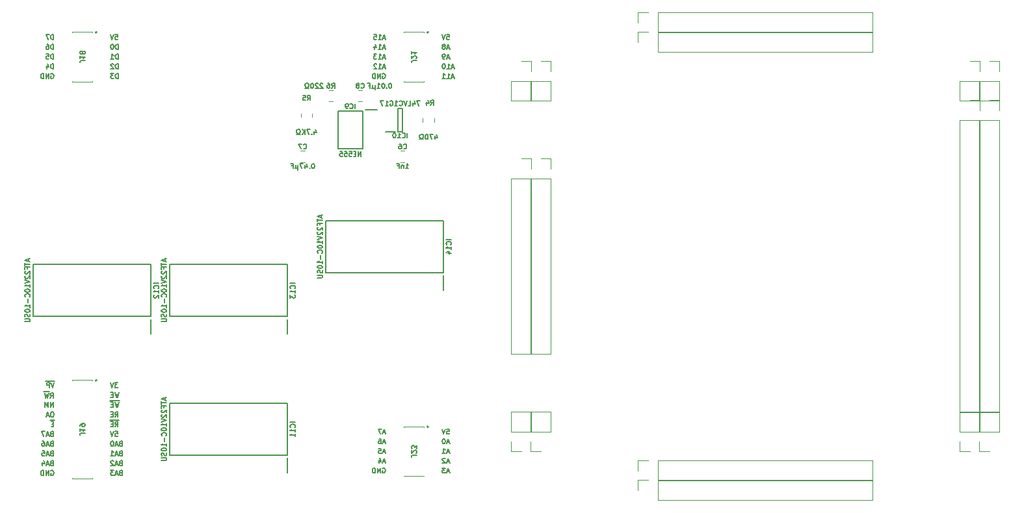
<source format=gbr>
%TF.GenerationSoftware,KiCad,Pcbnew,(6.0.5)*%
%TF.CreationDate,2022-08-07T10:52:40+02:00*%
%TF.ProjectId,MPU Signals,4d505520-5369-4676-9e61-6c732e6b6963,rev?*%
%TF.SameCoordinates,Original*%
%TF.FileFunction,Legend,Bot*%
%TF.FilePolarity,Positive*%
%FSLAX46Y46*%
G04 Gerber Fmt 4.6, Leading zero omitted, Abs format (unit mm)*
G04 Created by KiCad (PCBNEW (6.0.5)) date 2022-08-07 10:52:40*
%MOMM*%
%LPD*%
G01*
G04 APERTURE LIST*
%ADD10C,0.150000*%
%ADD11C,0.120000*%
%ADD12C,0.200000*%
%ADD13C,0.210000*%
G04 APERTURE END LIST*
D10*
X74528571Y-80932261D02*
X74528571Y-80297261D01*
X74377380Y-80297261D01*
X74286666Y-80327500D01*
X74226190Y-80387976D01*
X74195952Y-80448452D01*
X74165714Y-80569404D01*
X74165714Y-80660119D01*
X74195952Y-80781071D01*
X74226190Y-80841547D01*
X74286666Y-80902023D01*
X74377380Y-80932261D01*
X74528571Y-80932261D01*
X73923809Y-80357738D02*
X73893571Y-80327500D01*
X73833095Y-80297261D01*
X73681904Y-80297261D01*
X73621428Y-80327500D01*
X73591190Y-80357738D01*
X73560952Y-80418214D01*
X73560952Y-80478690D01*
X73591190Y-80569404D01*
X73954047Y-80932261D01*
X73560952Y-80932261D01*
X74861190Y-133622142D02*
X74770476Y-133652380D01*
X74740238Y-133682619D01*
X74710000Y-133743095D01*
X74710000Y-133833809D01*
X74740238Y-133894285D01*
X74770476Y-133924523D01*
X74830952Y-133954761D01*
X75072857Y-133954761D01*
X75072857Y-133319761D01*
X74861190Y-133319761D01*
X74800714Y-133350000D01*
X74770476Y-133380238D01*
X74740238Y-133440714D01*
X74740238Y-133501190D01*
X74770476Y-133561666D01*
X74800714Y-133591904D01*
X74861190Y-133622142D01*
X75072857Y-133622142D01*
X74468095Y-133773333D02*
X74165714Y-133773333D01*
X74528571Y-133954761D02*
X74316904Y-133319761D01*
X74105238Y-133954761D01*
X73954047Y-133319761D02*
X73560952Y-133319761D01*
X73772619Y-133561666D01*
X73681904Y-133561666D01*
X73621428Y-133591904D01*
X73591190Y-133622142D01*
X73560952Y-133682619D01*
X73560952Y-133833809D01*
X73591190Y-133894285D01*
X73621428Y-133924523D01*
X73681904Y-133954761D01*
X73863333Y-133954761D01*
X73923809Y-133924523D01*
X73954047Y-133894285D01*
X117648095Y-132185833D02*
X117345714Y-132185833D01*
X117708571Y-132367261D02*
X117496904Y-131732261D01*
X117285238Y-132367261D01*
X117103809Y-131792738D02*
X117073571Y-131762500D01*
X117013095Y-131732261D01*
X116861904Y-131732261D01*
X116801428Y-131762500D01*
X116771190Y-131792738D01*
X116740952Y-131853214D01*
X116740952Y-131913690D01*
X116771190Y-132004404D01*
X117134047Y-132367261D01*
X116740952Y-132367261D01*
X65897142Y-129812142D02*
X65806428Y-129842380D01*
X65776190Y-129872619D01*
X65745952Y-129933095D01*
X65745952Y-130023809D01*
X65776190Y-130084285D01*
X65806428Y-130114523D01*
X65866904Y-130144761D01*
X66108809Y-130144761D01*
X66108809Y-129509761D01*
X65897142Y-129509761D01*
X65836666Y-129540000D01*
X65806428Y-129570238D01*
X65776190Y-129630714D01*
X65776190Y-129691190D01*
X65806428Y-129751666D01*
X65836666Y-129781904D01*
X65897142Y-129812142D01*
X66108809Y-129812142D01*
X65504047Y-129963333D02*
X65201666Y-129963333D01*
X65564523Y-130144761D02*
X65352857Y-129509761D01*
X65141190Y-130144761D01*
X64657380Y-129509761D02*
X64778333Y-129509761D01*
X64838809Y-129540000D01*
X64869047Y-129570238D01*
X64929523Y-129660952D01*
X64959761Y-129781904D01*
X64959761Y-130023809D01*
X64929523Y-130084285D01*
X64899285Y-130114523D01*
X64838809Y-130144761D01*
X64717857Y-130144761D01*
X64657380Y-130114523D01*
X64627142Y-130084285D01*
X64596904Y-130023809D01*
X64596904Y-129872619D01*
X64627142Y-129812142D01*
X64657380Y-129781904D01*
X64717857Y-129751666D01*
X64838809Y-129751666D01*
X64899285Y-129781904D01*
X64929523Y-129812142D01*
X64959761Y-129872619D01*
X108956190Y-81597500D02*
X109016666Y-81567261D01*
X109107380Y-81567261D01*
X109198095Y-81597500D01*
X109258571Y-81657976D01*
X109288809Y-81718452D01*
X109319047Y-81839404D01*
X109319047Y-81930119D01*
X109288809Y-82051071D01*
X109258571Y-82111547D01*
X109198095Y-82172023D01*
X109107380Y-82202261D01*
X109046904Y-82202261D01*
X108956190Y-82172023D01*
X108925952Y-82141785D01*
X108925952Y-81930119D01*
X109046904Y-81930119D01*
X108653809Y-82202261D02*
X108653809Y-81567261D01*
X108290952Y-82202261D01*
X108290952Y-81567261D01*
X107988571Y-82202261D02*
X107988571Y-81567261D01*
X107837380Y-81567261D01*
X107746666Y-81597500D01*
X107686190Y-81657976D01*
X107655952Y-81718452D01*
X107625714Y-81839404D01*
X107625714Y-81930119D01*
X107655952Y-82051071D01*
X107686190Y-82111547D01*
X107746666Y-82172023D01*
X107837380Y-82202261D01*
X107988571Y-82202261D01*
X74135476Y-76487261D02*
X74437857Y-76487261D01*
X74468095Y-76789642D01*
X74437857Y-76759404D01*
X74377380Y-76729166D01*
X74226190Y-76729166D01*
X74165714Y-76759404D01*
X74135476Y-76789642D01*
X74105238Y-76850119D01*
X74105238Y-77001309D01*
X74135476Y-77061785D01*
X74165714Y-77092023D01*
X74226190Y-77122261D01*
X74377380Y-77122261D01*
X74437857Y-77092023D01*
X74468095Y-77061785D01*
X73923809Y-76487261D02*
X73712142Y-77122261D01*
X73500476Y-76487261D01*
X109319047Y-130915833D02*
X109016666Y-130915833D01*
X109379523Y-131097261D02*
X109167857Y-130462261D01*
X108956190Y-131097261D01*
X108442142Y-130462261D02*
X108744523Y-130462261D01*
X108774761Y-130764642D01*
X108744523Y-130734404D01*
X108684047Y-130704166D01*
X108532857Y-130704166D01*
X108472380Y-130734404D01*
X108442142Y-130764642D01*
X108411904Y-130825119D01*
X108411904Y-130976309D01*
X108442142Y-131036785D01*
X108472380Y-131067023D01*
X108532857Y-131097261D01*
X108684047Y-131097261D01*
X108744523Y-131067023D01*
X108774761Y-131036785D01*
X66108809Y-79662261D02*
X66108809Y-79027261D01*
X65957619Y-79027261D01*
X65866904Y-79057500D01*
X65806428Y-79117976D01*
X65776190Y-79178452D01*
X65745952Y-79299404D01*
X65745952Y-79390119D01*
X65776190Y-79511071D01*
X65806428Y-79571547D01*
X65866904Y-79632023D01*
X65957619Y-79662261D01*
X66108809Y-79662261D01*
X65171428Y-79027261D02*
X65473809Y-79027261D01*
X65504047Y-79329642D01*
X65473809Y-79299404D01*
X65413333Y-79269166D01*
X65262142Y-79269166D01*
X65201666Y-79299404D01*
X65171428Y-79329642D01*
X65141190Y-79390119D01*
X65141190Y-79541309D01*
X65171428Y-79601785D01*
X65201666Y-79632023D01*
X65262142Y-79662261D01*
X65413333Y-79662261D01*
X65473809Y-79632023D01*
X65504047Y-79601785D01*
X109319047Y-79480833D02*
X109016666Y-79480833D01*
X109379523Y-79662261D02*
X109167857Y-79027261D01*
X108956190Y-79662261D01*
X108411904Y-79662261D02*
X108774761Y-79662261D01*
X108593333Y-79662261D02*
X108593333Y-79027261D01*
X108653809Y-79117976D01*
X108714285Y-79178452D01*
X108774761Y-79208690D01*
X108200238Y-79027261D02*
X107807142Y-79027261D01*
X108018809Y-79269166D01*
X107928095Y-79269166D01*
X107867619Y-79299404D01*
X107837380Y-79329642D01*
X107807142Y-79390119D01*
X107807142Y-79541309D01*
X107837380Y-79601785D01*
X107867619Y-79632023D01*
X107928095Y-79662261D01*
X108109523Y-79662261D01*
X108170000Y-79632023D01*
X108200238Y-79601785D01*
X66108809Y-125064761D02*
X66108809Y-124429761D01*
X65745952Y-125064761D01*
X65745952Y-124429761D01*
X65443571Y-125064761D02*
X65443571Y-124429761D01*
X65231904Y-124883333D01*
X65020238Y-124429761D01*
X65020238Y-125064761D01*
X109319047Y-76940833D02*
X109016666Y-76940833D01*
X109379523Y-77122261D02*
X109167857Y-76487261D01*
X108956190Y-77122261D01*
X108411904Y-77122261D02*
X108774761Y-77122261D01*
X108593333Y-77122261D02*
X108593333Y-76487261D01*
X108653809Y-76577976D01*
X108714285Y-76638452D01*
X108774761Y-76668690D01*
X107837380Y-76487261D02*
X108139761Y-76487261D01*
X108170000Y-76789642D01*
X108139761Y-76759404D01*
X108079285Y-76729166D01*
X107928095Y-76729166D01*
X107867619Y-76759404D01*
X107837380Y-76789642D01*
X107807142Y-76850119D01*
X107807142Y-77001309D01*
X107837380Y-77061785D01*
X107867619Y-77092023D01*
X107928095Y-77122261D01*
X108079285Y-77122261D01*
X108139761Y-77092023D01*
X108170000Y-77061785D01*
X74135476Y-126334761D02*
X74347142Y-126032380D01*
X74498333Y-126334761D02*
X74498333Y-125699761D01*
X74256428Y-125699761D01*
X74195952Y-125730000D01*
X74165714Y-125760238D01*
X74135476Y-125820714D01*
X74135476Y-125911428D01*
X74165714Y-125971904D01*
X74195952Y-126002142D01*
X74256428Y-126032380D01*
X74498333Y-126032380D01*
X73863333Y-126002142D02*
X73651666Y-126002142D01*
X73560952Y-126334761D02*
X73863333Y-126334761D01*
X73863333Y-125699761D01*
X73560952Y-125699761D01*
X118252857Y-82020833D02*
X117950476Y-82020833D01*
X118313333Y-82202261D02*
X118101666Y-81567261D01*
X117890000Y-82202261D01*
X117345714Y-82202261D02*
X117708571Y-82202261D01*
X117527142Y-82202261D02*
X117527142Y-81567261D01*
X117587619Y-81657976D01*
X117648095Y-81718452D01*
X117708571Y-81748690D01*
X116740952Y-82202261D02*
X117103809Y-82202261D01*
X116922380Y-82202261D02*
X116922380Y-81567261D01*
X116982857Y-81657976D01*
X117043333Y-81718452D01*
X117103809Y-81748690D01*
X65776190Y-133350000D02*
X65836666Y-133319761D01*
X65927380Y-133319761D01*
X66018095Y-133350000D01*
X66078571Y-133410476D01*
X66108809Y-133470952D01*
X66139047Y-133591904D01*
X66139047Y-133682619D01*
X66108809Y-133803571D01*
X66078571Y-133864047D01*
X66018095Y-133924523D01*
X65927380Y-133954761D01*
X65866904Y-133954761D01*
X65776190Y-133924523D01*
X65745952Y-133894285D01*
X65745952Y-133682619D01*
X65866904Y-133682619D01*
X65473809Y-133954761D02*
X65473809Y-133319761D01*
X65110952Y-133954761D01*
X65110952Y-133319761D01*
X64808571Y-133954761D02*
X64808571Y-133319761D01*
X64657380Y-133319761D01*
X64566666Y-133350000D01*
X64506190Y-133410476D01*
X64475952Y-133470952D01*
X64445714Y-133591904D01*
X64445714Y-133682619D01*
X64475952Y-133803571D01*
X64506190Y-133864047D01*
X64566666Y-133924523D01*
X64657380Y-133954761D01*
X64808571Y-133954761D01*
X66108809Y-80932261D02*
X66108809Y-80297261D01*
X65957619Y-80297261D01*
X65866904Y-80327500D01*
X65806428Y-80387976D01*
X65776190Y-80448452D01*
X65745952Y-80569404D01*
X65745952Y-80660119D01*
X65776190Y-80781071D01*
X65806428Y-80841547D01*
X65866904Y-80902023D01*
X65957619Y-80932261D01*
X66108809Y-80932261D01*
X65201666Y-80508928D02*
X65201666Y-80932261D01*
X65352857Y-80267023D02*
X65504047Y-80720595D01*
X65110952Y-80720595D01*
X66260000Y-121710450D02*
X65715714Y-121710450D01*
X66199523Y-121889761D02*
X65987857Y-122524761D01*
X65776190Y-121889761D01*
X65715714Y-121710450D02*
X65080714Y-121710450D01*
X65564523Y-122524761D02*
X65564523Y-121889761D01*
X65322619Y-121889761D01*
X65262142Y-121920000D01*
X65231904Y-121950238D01*
X65201666Y-122010714D01*
X65201666Y-122101428D01*
X65231904Y-122161904D01*
X65262142Y-122192142D01*
X65322619Y-122222380D01*
X65564523Y-122222380D01*
X109319047Y-128375833D02*
X109016666Y-128375833D01*
X109379523Y-128557261D02*
X109167857Y-127922261D01*
X108956190Y-128557261D01*
X108805000Y-127922261D02*
X108381666Y-127922261D01*
X108653809Y-128557261D01*
X109319047Y-132185833D02*
X109016666Y-132185833D01*
X109379523Y-132367261D02*
X109167857Y-131732261D01*
X108956190Y-132367261D01*
X108472380Y-131943928D02*
X108472380Y-132367261D01*
X108623571Y-131702023D02*
X108774761Y-132155595D01*
X108381666Y-132155595D01*
X65897142Y-132352142D02*
X65806428Y-132382380D01*
X65776190Y-132412619D01*
X65745952Y-132473095D01*
X65745952Y-132563809D01*
X65776190Y-132624285D01*
X65806428Y-132654523D01*
X65866904Y-132684761D01*
X66108809Y-132684761D01*
X66108809Y-132049761D01*
X65897142Y-132049761D01*
X65836666Y-132080000D01*
X65806428Y-132110238D01*
X65776190Y-132170714D01*
X65776190Y-132231190D01*
X65806428Y-132291666D01*
X65836666Y-132321904D01*
X65897142Y-132352142D01*
X66108809Y-132352142D01*
X65504047Y-132503333D02*
X65201666Y-132503333D01*
X65564523Y-132684761D02*
X65352857Y-132049761D01*
X65141190Y-132684761D01*
X64657380Y-132261428D02*
X64657380Y-132684761D01*
X64808571Y-132019523D02*
X64959761Y-132473095D01*
X64566666Y-132473095D01*
X74861190Y-129812142D02*
X74770476Y-129842380D01*
X74740238Y-129872619D01*
X74710000Y-129933095D01*
X74710000Y-130023809D01*
X74740238Y-130084285D01*
X74770476Y-130114523D01*
X74830952Y-130144761D01*
X75072857Y-130144761D01*
X75072857Y-129509761D01*
X74861190Y-129509761D01*
X74800714Y-129540000D01*
X74770476Y-129570238D01*
X74740238Y-129630714D01*
X74740238Y-129691190D01*
X74770476Y-129751666D01*
X74800714Y-129781904D01*
X74861190Y-129812142D01*
X75072857Y-129812142D01*
X74468095Y-129963333D02*
X74165714Y-129963333D01*
X74528571Y-130144761D02*
X74316904Y-129509761D01*
X74105238Y-130144761D01*
X73772619Y-129509761D02*
X73712142Y-129509761D01*
X73651666Y-129540000D01*
X73621428Y-129570238D01*
X73591190Y-129630714D01*
X73560952Y-129751666D01*
X73560952Y-129902857D01*
X73591190Y-130023809D01*
X73621428Y-130084285D01*
X73651666Y-130114523D01*
X73712142Y-130144761D01*
X73772619Y-130144761D01*
X73833095Y-130114523D01*
X73863333Y-130084285D01*
X73893571Y-130023809D01*
X73923809Y-129902857D01*
X73923809Y-129751666D01*
X73893571Y-129630714D01*
X73863333Y-129570238D01*
X73833095Y-129540000D01*
X73772619Y-129509761D01*
X109319047Y-129645833D02*
X109016666Y-129645833D01*
X109379523Y-129827261D02*
X109167857Y-129192261D01*
X108956190Y-129827261D01*
X108472380Y-129192261D02*
X108593333Y-129192261D01*
X108653809Y-129222500D01*
X108684047Y-129252738D01*
X108744523Y-129343452D01*
X108774761Y-129464404D01*
X108774761Y-129706309D01*
X108744523Y-129766785D01*
X108714285Y-129797023D01*
X108653809Y-129827261D01*
X108532857Y-129827261D01*
X108472380Y-129797023D01*
X108442142Y-129766785D01*
X108411904Y-129706309D01*
X108411904Y-129555119D01*
X108442142Y-129494642D01*
X108472380Y-129464404D01*
X108532857Y-129434166D01*
X108653809Y-129434166D01*
X108714285Y-129464404D01*
X108744523Y-129494642D01*
X108774761Y-129555119D01*
X117315476Y-127922261D02*
X117617857Y-127922261D01*
X117648095Y-128224642D01*
X117617857Y-128194404D01*
X117557380Y-128164166D01*
X117406190Y-128164166D01*
X117345714Y-128194404D01*
X117315476Y-128224642D01*
X117285238Y-128285119D01*
X117285238Y-128436309D01*
X117315476Y-128496785D01*
X117345714Y-128527023D01*
X117406190Y-128557261D01*
X117557380Y-128557261D01*
X117617857Y-128527023D01*
X117648095Y-128496785D01*
X117103809Y-127922261D02*
X116892142Y-128557261D01*
X116680476Y-127922261D01*
X117315476Y-76487261D02*
X117617857Y-76487261D01*
X117648095Y-76789642D01*
X117617857Y-76759404D01*
X117557380Y-76729166D01*
X117406190Y-76729166D01*
X117345714Y-76759404D01*
X117315476Y-76789642D01*
X117285238Y-76850119D01*
X117285238Y-77001309D01*
X117315476Y-77061785D01*
X117345714Y-77092023D01*
X117406190Y-77122261D01*
X117557380Y-77122261D01*
X117617857Y-77092023D01*
X117648095Y-77061785D01*
X117103809Y-76487261D02*
X116892142Y-77122261D01*
X116680476Y-76487261D01*
X117648095Y-133455833D02*
X117345714Y-133455833D01*
X117708571Y-133637261D02*
X117496904Y-133002261D01*
X117285238Y-133637261D01*
X117134047Y-133002261D02*
X116740952Y-133002261D01*
X116952619Y-133244166D01*
X116861904Y-133244166D01*
X116801428Y-133274404D01*
X116771190Y-133304642D01*
X116740952Y-133365119D01*
X116740952Y-133516309D01*
X116771190Y-133576785D01*
X116801428Y-133607023D01*
X116861904Y-133637261D01*
X117043333Y-133637261D01*
X117103809Y-133607023D01*
X117134047Y-133576785D01*
X66260000Y-126790450D02*
X65685476Y-126790450D01*
X66108809Y-127272142D02*
X65897142Y-127272142D01*
X65806428Y-127604761D02*
X66108809Y-127604761D01*
X66108809Y-126969761D01*
X65806428Y-126969761D01*
X74528571Y-79662261D02*
X74528571Y-79027261D01*
X74377380Y-79027261D01*
X74286666Y-79057500D01*
X74226190Y-79117976D01*
X74195952Y-79178452D01*
X74165714Y-79299404D01*
X74165714Y-79390119D01*
X74195952Y-79511071D01*
X74226190Y-79571547D01*
X74286666Y-79632023D01*
X74377380Y-79662261D01*
X74528571Y-79662261D01*
X73560952Y-79662261D02*
X73923809Y-79662261D01*
X73742380Y-79662261D02*
X73742380Y-79027261D01*
X73802857Y-79117976D01*
X73863333Y-79178452D01*
X73923809Y-79208690D01*
X74498333Y-121889761D02*
X74105238Y-121889761D01*
X74316904Y-122131666D01*
X74226190Y-122131666D01*
X74165714Y-122161904D01*
X74135476Y-122192142D01*
X74105238Y-122252619D01*
X74105238Y-122403809D01*
X74135476Y-122464285D01*
X74165714Y-122494523D01*
X74226190Y-122524761D01*
X74407619Y-122524761D01*
X74468095Y-122494523D01*
X74498333Y-122464285D01*
X73923809Y-121889761D02*
X73712142Y-122524761D01*
X73500476Y-121889761D01*
X117648095Y-79480833D02*
X117345714Y-79480833D01*
X117708571Y-79662261D02*
X117496904Y-79027261D01*
X117285238Y-79662261D01*
X117043333Y-79662261D02*
X116922380Y-79662261D01*
X116861904Y-79632023D01*
X116831666Y-79601785D01*
X116771190Y-79511071D01*
X116740952Y-79390119D01*
X116740952Y-79148214D01*
X116771190Y-79087738D01*
X116801428Y-79057500D01*
X116861904Y-79027261D01*
X116982857Y-79027261D01*
X117043333Y-79057500D01*
X117073571Y-79087738D01*
X117103809Y-79148214D01*
X117103809Y-79299404D01*
X117073571Y-79359880D01*
X117043333Y-79390119D01*
X116982857Y-79420357D01*
X116861904Y-79420357D01*
X116801428Y-79390119D01*
X116771190Y-79359880D01*
X116740952Y-79299404D01*
X66108809Y-77122261D02*
X66108809Y-76487261D01*
X65957619Y-76487261D01*
X65866904Y-76517500D01*
X65806428Y-76577976D01*
X65776190Y-76638452D01*
X65745952Y-76759404D01*
X65745952Y-76850119D01*
X65776190Y-76971071D01*
X65806428Y-77031547D01*
X65866904Y-77092023D01*
X65957619Y-77122261D01*
X66108809Y-77122261D01*
X65534285Y-76487261D02*
X65110952Y-76487261D01*
X65383095Y-77122261D01*
X65987857Y-125699761D02*
X65866904Y-125699761D01*
X65806428Y-125730000D01*
X65745952Y-125790476D01*
X65715714Y-125911428D01*
X65715714Y-126123095D01*
X65745952Y-126244047D01*
X65806428Y-126304523D01*
X65866904Y-126334761D01*
X65987857Y-126334761D01*
X66048333Y-126304523D01*
X66108809Y-126244047D01*
X66139047Y-126123095D01*
X66139047Y-125911428D01*
X66108809Y-125790476D01*
X66048333Y-125730000D01*
X65987857Y-125699761D01*
X65473809Y-126153333D02*
X65171428Y-126153333D01*
X65534285Y-126334761D02*
X65322619Y-125699761D01*
X65110952Y-126334761D01*
X74649523Y-126790450D02*
X74014523Y-126790450D01*
X74135476Y-127604761D02*
X74347142Y-127302380D01*
X74498333Y-127604761D02*
X74498333Y-126969761D01*
X74256428Y-126969761D01*
X74195952Y-127000000D01*
X74165714Y-127030238D01*
X74135476Y-127090714D01*
X74135476Y-127181428D01*
X74165714Y-127241904D01*
X74195952Y-127272142D01*
X74256428Y-127302380D01*
X74498333Y-127302380D01*
X74014523Y-126790450D02*
X73440000Y-126790450D01*
X73863333Y-127272142D02*
X73651666Y-127272142D01*
X73560952Y-127604761D02*
X73863333Y-127604761D01*
X73863333Y-126969761D01*
X73560952Y-126969761D01*
X109319047Y-78210833D02*
X109016666Y-78210833D01*
X109379523Y-78392261D02*
X109167857Y-77757261D01*
X108956190Y-78392261D01*
X108411904Y-78392261D02*
X108774761Y-78392261D01*
X108593333Y-78392261D02*
X108593333Y-77757261D01*
X108653809Y-77847976D01*
X108714285Y-77908452D01*
X108774761Y-77938690D01*
X107867619Y-77968928D02*
X107867619Y-78392261D01*
X108018809Y-77727023D02*
X108170000Y-78180595D01*
X107776904Y-78180595D01*
X108956190Y-133032500D02*
X109016666Y-133002261D01*
X109107380Y-133002261D01*
X109198095Y-133032500D01*
X109258571Y-133092976D01*
X109288809Y-133153452D01*
X109319047Y-133274404D01*
X109319047Y-133365119D01*
X109288809Y-133486071D01*
X109258571Y-133546547D01*
X109198095Y-133607023D01*
X109107380Y-133637261D01*
X109046904Y-133637261D01*
X108956190Y-133607023D01*
X108925952Y-133576785D01*
X108925952Y-133365119D01*
X109046904Y-133365119D01*
X108653809Y-133637261D02*
X108653809Y-133002261D01*
X108290952Y-133637261D01*
X108290952Y-133002261D01*
X107988571Y-133637261D02*
X107988571Y-133002261D01*
X107837380Y-133002261D01*
X107746666Y-133032500D01*
X107686190Y-133092976D01*
X107655952Y-133153452D01*
X107625714Y-133274404D01*
X107625714Y-133365119D01*
X107655952Y-133486071D01*
X107686190Y-133546547D01*
X107746666Y-133607023D01*
X107837380Y-133637261D01*
X107988571Y-133637261D01*
X74861190Y-131082142D02*
X74770476Y-131112380D01*
X74740238Y-131142619D01*
X74710000Y-131203095D01*
X74710000Y-131293809D01*
X74740238Y-131354285D01*
X74770476Y-131384523D01*
X74830952Y-131414761D01*
X75072857Y-131414761D01*
X75072857Y-130779761D01*
X74861190Y-130779761D01*
X74800714Y-130810000D01*
X74770476Y-130840238D01*
X74740238Y-130900714D01*
X74740238Y-130961190D01*
X74770476Y-131021666D01*
X74800714Y-131051904D01*
X74861190Y-131082142D01*
X75072857Y-131082142D01*
X74468095Y-131233333D02*
X74165714Y-131233333D01*
X74528571Y-131414761D02*
X74316904Y-130779761D01*
X74105238Y-131414761D01*
X73560952Y-131414761D02*
X73923809Y-131414761D01*
X73742380Y-131414761D02*
X73742380Y-130779761D01*
X73802857Y-130870476D01*
X73863333Y-130930952D01*
X73923809Y-130961190D01*
X74135476Y-128239761D02*
X74437857Y-128239761D01*
X74468095Y-128542142D01*
X74437857Y-128511904D01*
X74377380Y-128481666D01*
X74226190Y-128481666D01*
X74165714Y-128511904D01*
X74135476Y-128542142D01*
X74105238Y-128602619D01*
X74105238Y-128753809D01*
X74135476Y-128814285D01*
X74165714Y-128844523D01*
X74226190Y-128874761D01*
X74377380Y-128874761D01*
X74437857Y-128844523D01*
X74468095Y-128814285D01*
X73923809Y-128239761D02*
X73712142Y-128874761D01*
X73500476Y-128239761D01*
X74528571Y-82202261D02*
X74528571Y-81567261D01*
X74377380Y-81567261D01*
X74286666Y-81597500D01*
X74226190Y-81657976D01*
X74195952Y-81718452D01*
X74165714Y-81839404D01*
X74165714Y-81930119D01*
X74195952Y-82051071D01*
X74226190Y-82111547D01*
X74286666Y-82172023D01*
X74377380Y-82202261D01*
X74528571Y-82202261D01*
X73954047Y-81567261D02*
X73560952Y-81567261D01*
X73772619Y-81809166D01*
X73681904Y-81809166D01*
X73621428Y-81839404D01*
X73591190Y-81869642D01*
X73560952Y-81930119D01*
X73560952Y-82081309D01*
X73591190Y-82141785D01*
X73621428Y-82172023D01*
X73681904Y-82202261D01*
X73863333Y-82202261D01*
X73923809Y-82172023D01*
X73954047Y-82141785D01*
X65897142Y-131082142D02*
X65806428Y-131112380D01*
X65776190Y-131142619D01*
X65745952Y-131203095D01*
X65745952Y-131293809D01*
X65776190Y-131354285D01*
X65806428Y-131384523D01*
X65866904Y-131414761D01*
X66108809Y-131414761D01*
X66108809Y-130779761D01*
X65897142Y-130779761D01*
X65836666Y-130810000D01*
X65806428Y-130840238D01*
X65776190Y-130900714D01*
X65776190Y-130961190D01*
X65806428Y-131021666D01*
X65836666Y-131051904D01*
X65897142Y-131082142D01*
X66108809Y-131082142D01*
X65504047Y-131233333D02*
X65201666Y-131233333D01*
X65564523Y-131414761D02*
X65352857Y-130779761D01*
X65141190Y-131414761D01*
X64627142Y-130779761D02*
X64929523Y-130779761D01*
X64959761Y-131082142D01*
X64929523Y-131051904D01*
X64869047Y-131021666D01*
X64717857Y-131021666D01*
X64657380Y-131051904D01*
X64627142Y-131082142D01*
X64596904Y-131142619D01*
X64596904Y-131293809D01*
X64627142Y-131354285D01*
X64657380Y-131384523D01*
X64717857Y-131414761D01*
X64869047Y-131414761D01*
X64929523Y-131384523D01*
X64959761Y-131354285D01*
X109319047Y-80750833D02*
X109016666Y-80750833D01*
X109379523Y-80932261D02*
X109167857Y-80297261D01*
X108956190Y-80932261D01*
X108411904Y-80932261D02*
X108774761Y-80932261D01*
X108593333Y-80932261D02*
X108593333Y-80297261D01*
X108653809Y-80387976D01*
X108714285Y-80448452D01*
X108774761Y-80478690D01*
X108170000Y-80357738D02*
X108139761Y-80327500D01*
X108079285Y-80297261D01*
X107928095Y-80297261D01*
X107867619Y-80327500D01*
X107837380Y-80357738D01*
X107807142Y-80418214D01*
X107807142Y-80478690D01*
X107837380Y-80569404D01*
X108200238Y-80932261D01*
X107807142Y-80932261D01*
X117648095Y-130915833D02*
X117345714Y-130915833D01*
X117708571Y-131097261D02*
X117496904Y-130462261D01*
X117285238Y-131097261D01*
X116740952Y-131097261D02*
X117103809Y-131097261D01*
X116922380Y-131097261D02*
X116922380Y-130462261D01*
X116982857Y-130552976D01*
X117043333Y-130613452D01*
X117103809Y-130643690D01*
X117648095Y-129645833D02*
X117345714Y-129645833D01*
X117708571Y-129827261D02*
X117496904Y-129192261D01*
X117285238Y-129827261D01*
X116952619Y-129192261D02*
X116892142Y-129192261D01*
X116831666Y-129222500D01*
X116801428Y-129252738D01*
X116771190Y-129313214D01*
X116740952Y-129434166D01*
X116740952Y-129585357D01*
X116771190Y-129706309D01*
X116801428Y-129766785D01*
X116831666Y-129797023D01*
X116892142Y-129827261D01*
X116952619Y-129827261D01*
X117013095Y-129797023D01*
X117043333Y-129766785D01*
X117073571Y-129706309D01*
X117103809Y-129585357D01*
X117103809Y-129434166D01*
X117073571Y-129313214D01*
X117043333Y-129252738D01*
X117013095Y-129222500D01*
X116952619Y-129192261D01*
X65897142Y-128542142D02*
X65806428Y-128572380D01*
X65776190Y-128602619D01*
X65745952Y-128663095D01*
X65745952Y-128753809D01*
X65776190Y-128814285D01*
X65806428Y-128844523D01*
X65866904Y-128874761D01*
X66108809Y-128874761D01*
X66108809Y-128239761D01*
X65897142Y-128239761D01*
X65836666Y-128270000D01*
X65806428Y-128300238D01*
X65776190Y-128360714D01*
X65776190Y-128421190D01*
X65806428Y-128481666D01*
X65836666Y-128511904D01*
X65897142Y-128542142D01*
X66108809Y-128542142D01*
X65504047Y-128693333D02*
X65201666Y-128693333D01*
X65564523Y-128874761D02*
X65352857Y-128239761D01*
X65141190Y-128874761D01*
X64990000Y-128239761D02*
X64566666Y-128239761D01*
X64838809Y-128874761D01*
X65776190Y-81597500D02*
X65836666Y-81567261D01*
X65927380Y-81567261D01*
X66018095Y-81597500D01*
X66078571Y-81657976D01*
X66108809Y-81718452D01*
X66139047Y-81839404D01*
X66139047Y-81930119D01*
X66108809Y-82051071D01*
X66078571Y-82111547D01*
X66018095Y-82172023D01*
X65927380Y-82202261D01*
X65866904Y-82202261D01*
X65776190Y-82172023D01*
X65745952Y-82141785D01*
X65745952Y-81930119D01*
X65866904Y-81930119D01*
X65473809Y-82202261D02*
X65473809Y-81567261D01*
X65110952Y-82202261D01*
X65110952Y-81567261D01*
X64808571Y-82202261D02*
X64808571Y-81567261D01*
X64657380Y-81567261D01*
X64566666Y-81597500D01*
X64506190Y-81657976D01*
X64475952Y-81718452D01*
X64445714Y-81839404D01*
X64445714Y-81930119D01*
X64475952Y-82051071D01*
X64506190Y-82111547D01*
X64566666Y-82172023D01*
X64657380Y-82202261D01*
X64808571Y-82202261D01*
X66108809Y-78392261D02*
X66108809Y-77757261D01*
X65957619Y-77757261D01*
X65866904Y-77787500D01*
X65806428Y-77847976D01*
X65776190Y-77908452D01*
X65745952Y-78029404D01*
X65745952Y-78120119D01*
X65776190Y-78241071D01*
X65806428Y-78301547D01*
X65866904Y-78362023D01*
X65957619Y-78392261D01*
X66108809Y-78392261D01*
X65201666Y-77757261D02*
X65322619Y-77757261D01*
X65383095Y-77787500D01*
X65413333Y-77817738D01*
X65473809Y-77908452D01*
X65504047Y-78029404D01*
X65504047Y-78271309D01*
X65473809Y-78331785D01*
X65443571Y-78362023D01*
X65383095Y-78392261D01*
X65262142Y-78392261D01*
X65201666Y-78362023D01*
X65171428Y-78331785D01*
X65141190Y-78271309D01*
X65141190Y-78120119D01*
X65171428Y-78059642D01*
X65201666Y-78029404D01*
X65262142Y-77999166D01*
X65383095Y-77999166D01*
X65443571Y-78029404D01*
X65473809Y-78059642D01*
X65504047Y-78120119D01*
X74740238Y-124250450D02*
X74014523Y-124250450D01*
X74649523Y-124429761D02*
X74498333Y-125064761D01*
X74377380Y-124611190D01*
X74256428Y-125064761D01*
X74105238Y-124429761D01*
X74014523Y-124250450D02*
X73440000Y-124250450D01*
X73863333Y-124732142D02*
X73651666Y-124732142D01*
X73560952Y-125064761D02*
X73863333Y-125064761D01*
X73863333Y-124429761D01*
X73560952Y-124429761D01*
X74528571Y-78392261D02*
X74528571Y-77757261D01*
X74377380Y-77757261D01*
X74286666Y-77787500D01*
X74226190Y-77847976D01*
X74195952Y-77908452D01*
X74165714Y-78029404D01*
X74165714Y-78120119D01*
X74195952Y-78241071D01*
X74226190Y-78301547D01*
X74286666Y-78362023D01*
X74377380Y-78392261D01*
X74528571Y-78392261D01*
X73772619Y-77757261D02*
X73712142Y-77757261D01*
X73651666Y-77787500D01*
X73621428Y-77817738D01*
X73591190Y-77878214D01*
X73560952Y-77999166D01*
X73560952Y-78150357D01*
X73591190Y-78271309D01*
X73621428Y-78331785D01*
X73651666Y-78362023D01*
X73712142Y-78392261D01*
X73772619Y-78392261D01*
X73833095Y-78362023D01*
X73863333Y-78331785D01*
X73893571Y-78271309D01*
X73923809Y-78150357D01*
X73923809Y-77999166D01*
X73893571Y-77878214D01*
X73863333Y-77817738D01*
X73833095Y-77787500D01*
X73772619Y-77757261D01*
X74649523Y-123159761D02*
X74498333Y-123794761D01*
X74377380Y-123341190D01*
X74256428Y-123794761D01*
X74105238Y-123159761D01*
X73863333Y-123462142D02*
X73651666Y-123462142D01*
X73560952Y-123794761D02*
X73863333Y-123794761D01*
X73863333Y-123159761D01*
X73560952Y-123159761D01*
X65700269Y-123871109D02*
X65911936Y-123568728D01*
X66063126Y-123871109D02*
X66063126Y-123236109D01*
X65821221Y-123236109D01*
X65760745Y-123266348D01*
X65730507Y-123296586D01*
X65700269Y-123357062D01*
X65700269Y-123447776D01*
X65730507Y-123508252D01*
X65760745Y-123538490D01*
X65821221Y-123568728D01*
X66063126Y-123568728D01*
X65579317Y-123056798D02*
X64853602Y-123056798D01*
X65488602Y-123236109D02*
X65337412Y-123871109D01*
X65216459Y-123417538D01*
X65095507Y-123871109D01*
X64944317Y-123236109D01*
X74861190Y-132352142D02*
X74770476Y-132382380D01*
X74740238Y-132412619D01*
X74710000Y-132473095D01*
X74710000Y-132563809D01*
X74740238Y-132624285D01*
X74770476Y-132654523D01*
X74830952Y-132684761D01*
X75072857Y-132684761D01*
X75072857Y-132049761D01*
X74861190Y-132049761D01*
X74800714Y-132080000D01*
X74770476Y-132110238D01*
X74740238Y-132170714D01*
X74740238Y-132231190D01*
X74770476Y-132291666D01*
X74800714Y-132321904D01*
X74861190Y-132352142D01*
X75072857Y-132352142D01*
X74468095Y-132503333D02*
X74165714Y-132503333D01*
X74528571Y-132684761D02*
X74316904Y-132049761D01*
X74105238Y-132684761D01*
X73923809Y-132110238D02*
X73893571Y-132080000D01*
X73833095Y-132049761D01*
X73681904Y-132049761D01*
X73621428Y-132080000D01*
X73591190Y-132110238D01*
X73560952Y-132170714D01*
X73560952Y-132231190D01*
X73591190Y-132321904D01*
X73954047Y-132684761D01*
X73560952Y-132684761D01*
X118252857Y-80750833D02*
X117950476Y-80750833D01*
X118313333Y-80932261D02*
X118101666Y-80297261D01*
X117890000Y-80932261D01*
X117345714Y-80932261D02*
X117708571Y-80932261D01*
X117527142Y-80932261D02*
X117527142Y-80297261D01*
X117587619Y-80387976D01*
X117648095Y-80448452D01*
X117708571Y-80478690D01*
X116952619Y-80297261D02*
X116892142Y-80297261D01*
X116831666Y-80327500D01*
X116801428Y-80357738D01*
X116771190Y-80418214D01*
X116740952Y-80539166D01*
X116740952Y-80690357D01*
X116771190Y-80811309D01*
X116801428Y-80871785D01*
X116831666Y-80902023D01*
X116892142Y-80932261D01*
X116952619Y-80932261D01*
X117013095Y-80902023D01*
X117043333Y-80871785D01*
X117073571Y-80811309D01*
X117103809Y-80690357D01*
X117103809Y-80539166D01*
X117073571Y-80418214D01*
X117043333Y-80357738D01*
X117013095Y-80327500D01*
X116952619Y-80297261D01*
X117648095Y-78210833D02*
X117345714Y-78210833D01*
X117708571Y-78392261D02*
X117496904Y-77757261D01*
X117285238Y-78392261D01*
X116982857Y-78029404D02*
X117043333Y-77999166D01*
X117073571Y-77968928D01*
X117103809Y-77908452D01*
X117103809Y-77878214D01*
X117073571Y-77817738D01*
X117043333Y-77787500D01*
X116982857Y-77757261D01*
X116861904Y-77757261D01*
X116801428Y-77787500D01*
X116771190Y-77817738D01*
X116740952Y-77878214D01*
X116740952Y-77908452D01*
X116771190Y-77968928D01*
X116801428Y-77999166D01*
X116861904Y-78029404D01*
X116982857Y-78029404D01*
X117043333Y-78059642D01*
X117073571Y-78089880D01*
X117103809Y-78150357D01*
X117103809Y-78271309D01*
X117073571Y-78331785D01*
X117043333Y-78362023D01*
X116982857Y-78392261D01*
X116861904Y-78392261D01*
X116801428Y-78362023D01*
X116771190Y-78331785D01*
X116740952Y-78271309D01*
X116740952Y-78150357D01*
X116771190Y-78089880D01*
X116801428Y-78059642D01*
X116861904Y-78029404D01*
%TO.C,IC11*%
X97569261Y-127030238D02*
X96934261Y-127030238D01*
X97508785Y-127695476D02*
X97539023Y-127665238D01*
X97569261Y-127574523D01*
X97569261Y-127514047D01*
X97539023Y-127423333D01*
X97478547Y-127362857D01*
X97418071Y-127332619D01*
X97297119Y-127302380D01*
X97206404Y-127302380D01*
X97085452Y-127332619D01*
X97024976Y-127362857D01*
X96964500Y-127423333D01*
X96934261Y-127514047D01*
X96934261Y-127574523D01*
X96964500Y-127665238D01*
X96994738Y-127695476D01*
X97569261Y-128300238D02*
X97569261Y-127937380D01*
X97569261Y-128118809D02*
X96934261Y-128118809D01*
X97024976Y-128058333D01*
X97085452Y-127997857D01*
X97115690Y-127937380D01*
X97569261Y-128905000D02*
X97569261Y-128542142D01*
X97569261Y-128723571D02*
X96934261Y-128723571D01*
X97024976Y-128663095D01*
X97085452Y-128602619D01*
X97115690Y-128542142D01*
X80623833Y-123855238D02*
X80623833Y-124157619D01*
X80805261Y-123794761D02*
X80170261Y-124006428D01*
X80805261Y-124218095D01*
X80170261Y-124339047D02*
X80170261Y-124701904D01*
X80805261Y-124520476D02*
X80170261Y-124520476D01*
X80472642Y-125125238D02*
X80472642Y-124913571D01*
X80805261Y-124913571D02*
X80170261Y-124913571D01*
X80170261Y-125215952D01*
X80230738Y-125427619D02*
X80200500Y-125457857D01*
X80170261Y-125518333D01*
X80170261Y-125669523D01*
X80200500Y-125730000D01*
X80230738Y-125760238D01*
X80291214Y-125790476D01*
X80351690Y-125790476D01*
X80442404Y-125760238D01*
X80805261Y-125397380D01*
X80805261Y-125790476D01*
X80230738Y-126032380D02*
X80200500Y-126062619D01*
X80170261Y-126123095D01*
X80170261Y-126274285D01*
X80200500Y-126334761D01*
X80230738Y-126365000D01*
X80291214Y-126395238D01*
X80351690Y-126395238D01*
X80442404Y-126365000D01*
X80805261Y-126002142D01*
X80805261Y-126395238D01*
X80170261Y-126576666D02*
X80805261Y-126788333D01*
X80170261Y-127000000D01*
X80805261Y-127544285D02*
X80805261Y-127181428D01*
X80805261Y-127362857D02*
X80170261Y-127362857D01*
X80260976Y-127302380D01*
X80321452Y-127241904D01*
X80351690Y-127181428D01*
X80170261Y-127937380D02*
X80170261Y-127997857D01*
X80200500Y-128058333D01*
X80230738Y-128088571D01*
X80291214Y-128118809D01*
X80412166Y-128149047D01*
X80563357Y-128149047D01*
X80684309Y-128118809D01*
X80744785Y-128088571D01*
X80775023Y-128058333D01*
X80805261Y-127997857D01*
X80805261Y-127937380D01*
X80775023Y-127876904D01*
X80744785Y-127846666D01*
X80684309Y-127816428D01*
X80563357Y-127786190D01*
X80412166Y-127786190D01*
X80291214Y-127816428D01*
X80230738Y-127846666D01*
X80200500Y-127876904D01*
X80170261Y-127937380D01*
X80744785Y-128784047D02*
X80775023Y-128753809D01*
X80805261Y-128663095D01*
X80805261Y-128602619D01*
X80775023Y-128511904D01*
X80714547Y-128451428D01*
X80654071Y-128421190D01*
X80533119Y-128390952D01*
X80442404Y-128390952D01*
X80321452Y-128421190D01*
X80260976Y-128451428D01*
X80200500Y-128511904D01*
X80170261Y-128602619D01*
X80170261Y-128663095D01*
X80200500Y-128753809D01*
X80230738Y-128784047D01*
X80563357Y-129056190D02*
X80563357Y-129540000D01*
X80805261Y-130175000D02*
X80805261Y-129812142D01*
X80805261Y-129993571D02*
X80170261Y-129993571D01*
X80260976Y-129933095D01*
X80321452Y-129872619D01*
X80351690Y-129812142D01*
X80170261Y-130568095D02*
X80170261Y-130628571D01*
X80200500Y-130689047D01*
X80230738Y-130719285D01*
X80291214Y-130749523D01*
X80412166Y-130779761D01*
X80563357Y-130779761D01*
X80684309Y-130749523D01*
X80744785Y-130719285D01*
X80775023Y-130689047D01*
X80805261Y-130628571D01*
X80805261Y-130568095D01*
X80775023Y-130507619D01*
X80744785Y-130477380D01*
X80684309Y-130447142D01*
X80563357Y-130416904D01*
X80412166Y-130416904D01*
X80291214Y-130447142D01*
X80230738Y-130477380D01*
X80200500Y-130507619D01*
X80170261Y-130568095D01*
X80775023Y-131021666D02*
X80805261Y-131112380D01*
X80805261Y-131263571D01*
X80775023Y-131324047D01*
X80744785Y-131354285D01*
X80684309Y-131384523D01*
X80623833Y-131384523D01*
X80563357Y-131354285D01*
X80533119Y-131324047D01*
X80502880Y-131263571D01*
X80472642Y-131142619D01*
X80442404Y-131082142D01*
X80412166Y-131051904D01*
X80351690Y-131021666D01*
X80291214Y-131021666D01*
X80230738Y-131051904D01*
X80200500Y-131082142D01*
X80170261Y-131142619D01*
X80170261Y-131293809D01*
X80200500Y-131384523D01*
X80170261Y-131656666D02*
X80684309Y-131656666D01*
X80744785Y-131686904D01*
X80775023Y-131717142D01*
X80805261Y-131777619D01*
X80805261Y-131898571D01*
X80775023Y-131959047D01*
X80744785Y-131989285D01*
X80684309Y-132019523D01*
X80170261Y-132019523D01*
%TO.C,R5*%
X99165833Y-85059761D02*
X99377500Y-84757380D01*
X99528690Y-85059761D02*
X99528690Y-84424761D01*
X99286785Y-84424761D01*
X99226309Y-84455000D01*
X99196071Y-84485238D01*
X99165833Y-84545714D01*
X99165833Y-84636428D01*
X99196071Y-84696904D01*
X99226309Y-84727142D01*
X99286785Y-84757380D01*
X99528690Y-84757380D01*
X98591309Y-84424761D02*
X98893690Y-84424761D01*
X98923928Y-84727142D01*
X98893690Y-84696904D01*
X98833214Y-84666666D01*
X98682023Y-84666666D01*
X98621547Y-84696904D01*
X98591309Y-84727142D01*
X98561071Y-84787619D01*
X98561071Y-84938809D01*
X98591309Y-84999285D01*
X98621547Y-85029523D01*
X98682023Y-85059761D01*
X98833214Y-85059761D01*
X98893690Y-85029523D01*
X98923928Y-84999285D01*
X100072976Y-89081428D02*
X100072976Y-89504761D01*
X100224166Y-88839523D02*
X100375357Y-89293095D01*
X99982261Y-89293095D01*
X99740357Y-89444285D02*
X99710119Y-89474523D01*
X99740357Y-89504761D01*
X99770595Y-89474523D01*
X99740357Y-89444285D01*
X99740357Y-89504761D01*
X99498452Y-88869761D02*
X99075119Y-88869761D01*
X99347261Y-89504761D01*
X98833214Y-89504761D02*
X98833214Y-88869761D01*
X98470357Y-89504761D02*
X98742500Y-89141904D01*
X98470357Y-88869761D02*
X98833214Y-89232619D01*
X98228452Y-89504761D02*
X98077261Y-89504761D01*
X98077261Y-89383809D01*
X98137738Y-89353571D01*
X98198214Y-89293095D01*
X98228452Y-89202380D01*
X98228452Y-89051190D01*
X98198214Y-88960476D01*
X98137738Y-88900000D01*
X98047023Y-88869761D01*
X97926071Y-88869761D01*
X97835357Y-88900000D01*
X97774880Y-88960476D01*
X97744642Y-89051190D01*
X97744642Y-89202380D01*
X97774880Y-89293095D01*
X97835357Y-89353571D01*
X97895833Y-89383809D01*
X97895833Y-89504761D01*
X97744642Y-89504761D01*
%TO.C,C6*%
X111680829Y-91349285D02*
X111711067Y-91379523D01*
X111801781Y-91409761D01*
X111862257Y-91409761D01*
X111952972Y-91379523D01*
X112013448Y-91319047D01*
X112043686Y-91258571D01*
X112073924Y-91137619D01*
X112073924Y-91046904D01*
X112043686Y-90925952D01*
X112013448Y-90865476D01*
X111952972Y-90805000D01*
X111862257Y-90774761D01*
X111801781Y-90774761D01*
X111711067Y-90805000D01*
X111680829Y-90835238D01*
X111136543Y-90774761D02*
X111257496Y-90774761D01*
X111317972Y-90805000D01*
X111348210Y-90835238D01*
X111408686Y-90925952D01*
X111438924Y-91046904D01*
X111438924Y-91288809D01*
X111408686Y-91349285D01*
X111378448Y-91379523D01*
X111317972Y-91409761D01*
X111197019Y-91409761D01*
X111136543Y-91379523D01*
X111106305Y-91349285D01*
X111076067Y-91288809D01*
X111076067Y-91137619D01*
X111106305Y-91077142D01*
X111136543Y-91046904D01*
X111197019Y-91016666D01*
X111317972Y-91016666D01*
X111378448Y-91046904D01*
X111408686Y-91077142D01*
X111438924Y-91137619D01*
X111952972Y-93949761D02*
X112315829Y-93949761D01*
X112134400Y-93949761D02*
X112134400Y-93314761D01*
X112194876Y-93405476D01*
X112255353Y-93465952D01*
X112315829Y-93496190D01*
X111680829Y-93526428D02*
X111680829Y-93949761D01*
X111680829Y-93586904D02*
X111650591Y-93556666D01*
X111590115Y-93526428D01*
X111499400Y-93526428D01*
X111438924Y-93556666D01*
X111408686Y-93617142D01*
X111408686Y-93949761D01*
X110894638Y-93617142D02*
X111106305Y-93617142D01*
X111106305Y-93949761D02*
X111106305Y-93314761D01*
X110803924Y-93314761D01*
%TO.C,IC14*%
X117889261Y-103217738D02*
X117254261Y-103217738D01*
X117828785Y-103882976D02*
X117859023Y-103852738D01*
X117889261Y-103762023D01*
X117889261Y-103701547D01*
X117859023Y-103610833D01*
X117798547Y-103550357D01*
X117738071Y-103520119D01*
X117617119Y-103489880D01*
X117526404Y-103489880D01*
X117405452Y-103520119D01*
X117344976Y-103550357D01*
X117284500Y-103610833D01*
X117254261Y-103701547D01*
X117254261Y-103762023D01*
X117284500Y-103852738D01*
X117314738Y-103882976D01*
X117889261Y-104487738D02*
X117889261Y-104124880D01*
X117889261Y-104306309D02*
X117254261Y-104306309D01*
X117344976Y-104245833D01*
X117405452Y-104185357D01*
X117435690Y-104124880D01*
X117465928Y-105032023D02*
X117889261Y-105032023D01*
X117224023Y-104880833D02*
X117677595Y-104729642D01*
X117677595Y-105122738D01*
X100943833Y-100042738D02*
X100943833Y-100345119D01*
X101125261Y-99982261D02*
X100490261Y-100193928D01*
X101125261Y-100405595D01*
X100490261Y-100526547D02*
X100490261Y-100889404D01*
X101125261Y-100707976D02*
X100490261Y-100707976D01*
X100792642Y-101312738D02*
X100792642Y-101101071D01*
X101125261Y-101101071D02*
X100490261Y-101101071D01*
X100490261Y-101403452D01*
X100550738Y-101615119D02*
X100520500Y-101645357D01*
X100490261Y-101705833D01*
X100490261Y-101857023D01*
X100520500Y-101917500D01*
X100550738Y-101947738D01*
X100611214Y-101977976D01*
X100671690Y-101977976D01*
X100762404Y-101947738D01*
X101125261Y-101584880D01*
X101125261Y-101977976D01*
X100550738Y-102219880D02*
X100520500Y-102250119D01*
X100490261Y-102310595D01*
X100490261Y-102461785D01*
X100520500Y-102522261D01*
X100550738Y-102552500D01*
X100611214Y-102582738D01*
X100671690Y-102582738D01*
X100762404Y-102552500D01*
X101125261Y-102189642D01*
X101125261Y-102582738D01*
X100490261Y-102764166D02*
X101125261Y-102975833D01*
X100490261Y-103187500D01*
X101125261Y-103731785D02*
X101125261Y-103368928D01*
X101125261Y-103550357D02*
X100490261Y-103550357D01*
X100580976Y-103489880D01*
X100641452Y-103429404D01*
X100671690Y-103368928D01*
X100490261Y-104124880D02*
X100490261Y-104185357D01*
X100520500Y-104245833D01*
X100550738Y-104276071D01*
X100611214Y-104306309D01*
X100732166Y-104336547D01*
X100883357Y-104336547D01*
X101004309Y-104306309D01*
X101064785Y-104276071D01*
X101095023Y-104245833D01*
X101125261Y-104185357D01*
X101125261Y-104124880D01*
X101095023Y-104064404D01*
X101064785Y-104034166D01*
X101004309Y-104003928D01*
X100883357Y-103973690D01*
X100732166Y-103973690D01*
X100611214Y-104003928D01*
X100550738Y-104034166D01*
X100520500Y-104064404D01*
X100490261Y-104124880D01*
X101064785Y-104971547D02*
X101095023Y-104941309D01*
X101125261Y-104850595D01*
X101125261Y-104790119D01*
X101095023Y-104699404D01*
X101034547Y-104638928D01*
X100974071Y-104608690D01*
X100853119Y-104578452D01*
X100762404Y-104578452D01*
X100641452Y-104608690D01*
X100580976Y-104638928D01*
X100520500Y-104699404D01*
X100490261Y-104790119D01*
X100490261Y-104850595D01*
X100520500Y-104941309D01*
X100550738Y-104971547D01*
X100883357Y-105243690D02*
X100883357Y-105727500D01*
X101125261Y-106362500D02*
X101125261Y-105999642D01*
X101125261Y-106181071D02*
X100490261Y-106181071D01*
X100580976Y-106120595D01*
X100641452Y-106060119D01*
X100671690Y-105999642D01*
X100490261Y-106755595D02*
X100490261Y-106816071D01*
X100520500Y-106876547D01*
X100550738Y-106906785D01*
X100611214Y-106937023D01*
X100732166Y-106967261D01*
X100883357Y-106967261D01*
X101004309Y-106937023D01*
X101064785Y-106906785D01*
X101095023Y-106876547D01*
X101125261Y-106816071D01*
X101125261Y-106755595D01*
X101095023Y-106695119D01*
X101064785Y-106664880D01*
X101004309Y-106634642D01*
X100883357Y-106604404D01*
X100732166Y-106604404D01*
X100611214Y-106634642D01*
X100550738Y-106664880D01*
X100520500Y-106695119D01*
X100490261Y-106755595D01*
X101095023Y-107209166D02*
X101125261Y-107299880D01*
X101125261Y-107451071D01*
X101095023Y-107511547D01*
X101064785Y-107541785D01*
X101004309Y-107572023D01*
X100943833Y-107572023D01*
X100883357Y-107541785D01*
X100853119Y-107511547D01*
X100822880Y-107451071D01*
X100792642Y-107330119D01*
X100762404Y-107269642D01*
X100732166Y-107239404D01*
X100671690Y-107209166D01*
X100611214Y-107209166D01*
X100550738Y-107239404D01*
X100520500Y-107269642D01*
X100490261Y-107330119D01*
X100490261Y-107481309D01*
X100520500Y-107572023D01*
X100490261Y-107844166D02*
X101004309Y-107844166D01*
X101064785Y-107874404D01*
X101095023Y-107904642D01*
X101125261Y-107965119D01*
X101125261Y-108086071D01*
X101095023Y-108146547D01*
X101064785Y-108176785D01*
X101004309Y-108207023D01*
X100490261Y-108207023D01*
%TO.C,J18*%
X70190246Y-79889047D02*
X69736674Y-79889047D01*
X69645960Y-79919285D01*
X69585484Y-79979761D01*
X69555246Y-80070476D01*
X69555246Y-80130952D01*
X69555246Y-79254047D02*
X69555246Y-79616904D01*
X69555246Y-79435476D02*
X70190246Y-79435476D01*
X70099531Y-79495952D01*
X70039055Y-79556428D01*
X70008817Y-79616904D01*
X69918103Y-78891190D02*
X69948341Y-78951666D01*
X69978579Y-78981904D01*
X70039055Y-79012142D01*
X70069293Y-79012142D01*
X70129769Y-78981904D01*
X70160008Y-78951666D01*
X70190246Y-78891190D01*
X70190246Y-78770238D01*
X70160008Y-78709761D01*
X70129769Y-78679523D01*
X70069293Y-78649285D01*
X70039055Y-78649285D01*
X69978579Y-78679523D01*
X69948341Y-78709761D01*
X69918103Y-78770238D01*
X69918103Y-78891190D01*
X69887865Y-78951666D01*
X69857627Y-78981904D01*
X69797150Y-79012142D01*
X69676198Y-79012142D01*
X69615722Y-78981904D01*
X69585484Y-78951666D01*
X69555246Y-78891190D01*
X69555246Y-78770238D01*
X69585484Y-78709761D01*
X69615722Y-78679523D01*
X69676198Y-78649285D01*
X69797150Y-78649285D01*
X69857627Y-78679523D01*
X69887865Y-78709761D01*
X69918103Y-78770238D01*
%TO.C,J23*%
X113370246Y-131324047D02*
X112916674Y-131324047D01*
X112825960Y-131354285D01*
X112765484Y-131414761D01*
X112735246Y-131505476D01*
X112735246Y-131565952D01*
X113309769Y-131051904D02*
X113340008Y-131021666D01*
X113370246Y-130961190D01*
X113370246Y-130810000D01*
X113340008Y-130749523D01*
X113309769Y-130719285D01*
X113249293Y-130689047D01*
X113188817Y-130689047D01*
X113098103Y-130719285D01*
X112735246Y-131082142D01*
X112735246Y-130689047D01*
X113370246Y-130477380D02*
X113370246Y-130084285D01*
X113128341Y-130295952D01*
X113128341Y-130205238D01*
X113098103Y-130144761D01*
X113067865Y-130114523D01*
X113007388Y-130084285D01*
X112856198Y-130084285D01*
X112795722Y-130114523D01*
X112765484Y-130144761D01*
X112735246Y-130205238D01*
X112735246Y-130386666D01*
X112765484Y-130447142D01*
X112795722Y-130477380D01*
%TO.C,J19*%
X70197746Y-128466547D02*
X69744174Y-128466547D01*
X69653460Y-128496785D01*
X69592984Y-128557261D01*
X69562746Y-128647976D01*
X69562746Y-128708452D01*
X69562746Y-127831547D02*
X69562746Y-128194404D01*
X69562746Y-128012976D02*
X70197746Y-128012976D01*
X70107031Y-128073452D01*
X70046555Y-128133928D01*
X70016317Y-128194404D01*
X69562746Y-127529166D02*
X69562746Y-127408214D01*
X69592984Y-127347738D01*
X69623222Y-127317500D01*
X69713936Y-127257023D01*
X69834888Y-127226785D01*
X70076793Y-127226785D01*
X70137269Y-127257023D01*
X70167508Y-127287261D01*
X70197746Y-127347738D01*
X70197746Y-127468690D01*
X70167508Y-127529166D01*
X70137269Y-127559404D01*
X70076793Y-127589642D01*
X69925603Y-127589642D01*
X69865127Y-127559404D01*
X69834888Y-127529166D01*
X69804650Y-127468690D01*
X69804650Y-127347738D01*
X69834888Y-127287261D01*
X69865127Y-127257023D01*
X69925603Y-127226785D01*
%TO.C,R6*%
X102340833Y-83472261D02*
X102552500Y-83169880D01*
X102703690Y-83472261D02*
X102703690Y-82837261D01*
X102461785Y-82837261D01*
X102401309Y-82867500D01*
X102371071Y-82897738D01*
X102340833Y-82958214D01*
X102340833Y-83048928D01*
X102371071Y-83109404D01*
X102401309Y-83139642D01*
X102461785Y-83169880D01*
X102703690Y-83169880D01*
X101796547Y-82837261D02*
X101917500Y-82837261D01*
X101977976Y-82867500D01*
X102008214Y-82897738D01*
X102068690Y-82988452D01*
X102098928Y-83109404D01*
X102098928Y-83351309D01*
X102068690Y-83411785D01*
X102038452Y-83442023D01*
X101977976Y-83472261D01*
X101857023Y-83472261D01*
X101796547Y-83442023D01*
X101766309Y-83411785D01*
X101736071Y-83351309D01*
X101736071Y-83200119D01*
X101766309Y-83139642D01*
X101796547Y-83109404D01*
X101857023Y-83079166D01*
X101977976Y-83079166D01*
X102038452Y-83109404D01*
X102068690Y-83139642D01*
X102098928Y-83200119D01*
X101161547Y-82897738D02*
X101131309Y-82867500D01*
X101070833Y-82837261D01*
X100919642Y-82837261D01*
X100859166Y-82867500D01*
X100828928Y-82897738D01*
X100798690Y-82958214D01*
X100798690Y-83018690D01*
X100828928Y-83109404D01*
X101191785Y-83472261D01*
X100798690Y-83472261D01*
X100556785Y-82897738D02*
X100526547Y-82867500D01*
X100466071Y-82837261D01*
X100314880Y-82837261D01*
X100254404Y-82867500D01*
X100224166Y-82897738D01*
X100193928Y-82958214D01*
X100193928Y-83018690D01*
X100224166Y-83109404D01*
X100587023Y-83472261D01*
X100193928Y-83472261D01*
X99800833Y-82837261D02*
X99740357Y-82837261D01*
X99679880Y-82867500D01*
X99649642Y-82897738D01*
X99619404Y-82958214D01*
X99589166Y-83079166D01*
X99589166Y-83230357D01*
X99619404Y-83351309D01*
X99649642Y-83411785D01*
X99679880Y-83442023D01*
X99740357Y-83472261D01*
X99800833Y-83472261D01*
X99861309Y-83442023D01*
X99891547Y-83411785D01*
X99921785Y-83351309D01*
X99952023Y-83230357D01*
X99952023Y-83079166D01*
X99921785Y-82958214D01*
X99891547Y-82897738D01*
X99861309Y-82867500D01*
X99800833Y-82837261D01*
X99347261Y-83472261D02*
X99196071Y-83472261D01*
X99196071Y-83351309D01*
X99256547Y-83321071D01*
X99317023Y-83260595D01*
X99347261Y-83169880D01*
X99347261Y-83018690D01*
X99317023Y-82927976D01*
X99256547Y-82867500D01*
X99165833Y-82837261D01*
X99044880Y-82837261D01*
X98954166Y-82867500D01*
X98893690Y-82927976D01*
X98863452Y-83018690D01*
X98863452Y-83169880D01*
X98893690Y-83260595D01*
X98954166Y-83321071D01*
X99014642Y-83351309D01*
X99014642Y-83472261D01*
X98863452Y-83472261D01*
%TO.C,R4*%
X115228337Y-85694761D02*
X115440004Y-85392380D01*
X115591194Y-85694761D02*
X115591194Y-85059761D01*
X115349289Y-85059761D01*
X115288813Y-85090000D01*
X115258575Y-85120238D01*
X115228337Y-85180714D01*
X115228337Y-85271428D01*
X115258575Y-85331904D01*
X115288813Y-85362142D01*
X115349289Y-85392380D01*
X115591194Y-85392380D01*
X114684051Y-85271428D02*
X114684051Y-85694761D01*
X114835242Y-85029523D02*
X114986432Y-85483095D01*
X114593337Y-85483095D01*
X115781666Y-89716428D02*
X115781666Y-90139761D01*
X115932857Y-89474523D02*
X116084047Y-89928095D01*
X115690952Y-89928095D01*
X115509523Y-89504761D02*
X115086190Y-89504761D01*
X115358333Y-90139761D01*
X114723333Y-89504761D02*
X114662857Y-89504761D01*
X114602380Y-89535000D01*
X114572142Y-89565238D01*
X114541904Y-89625714D01*
X114511666Y-89746666D01*
X114511666Y-89897857D01*
X114541904Y-90018809D01*
X114572142Y-90079285D01*
X114602380Y-90109523D01*
X114662857Y-90139761D01*
X114723333Y-90139761D01*
X114783809Y-90109523D01*
X114814047Y-90079285D01*
X114844285Y-90018809D01*
X114874523Y-89897857D01*
X114874523Y-89746666D01*
X114844285Y-89625714D01*
X114814047Y-89565238D01*
X114783809Y-89535000D01*
X114723333Y-89504761D01*
X114269761Y-90139761D02*
X114118571Y-90139761D01*
X114118571Y-90018809D01*
X114179047Y-89988571D01*
X114239523Y-89928095D01*
X114269761Y-89837380D01*
X114269761Y-89686190D01*
X114239523Y-89595476D01*
X114179047Y-89535000D01*
X114088333Y-89504761D01*
X113967380Y-89504761D01*
X113876666Y-89535000D01*
X113816190Y-89595476D01*
X113785952Y-89686190D01*
X113785952Y-89837380D01*
X113816190Y-89928095D01*
X113876666Y-89988571D01*
X113937142Y-90018809D01*
X113937142Y-90139761D01*
X113785952Y-90139761D01*
%TO.C,IC9*%
X105394876Y-86139261D02*
X105394876Y-85504261D01*
X104729638Y-86078785D02*
X104759876Y-86109023D01*
X104850591Y-86139261D01*
X104911067Y-86139261D01*
X105001781Y-86109023D01*
X105062257Y-86048547D01*
X105092496Y-85988071D01*
X105122734Y-85867119D01*
X105122734Y-85776404D01*
X105092496Y-85655452D01*
X105062257Y-85594976D01*
X105001781Y-85534500D01*
X104911067Y-85504261D01*
X104850591Y-85504261D01*
X104759876Y-85534500D01*
X104729638Y-85564738D01*
X104427257Y-86139261D02*
X104306305Y-86139261D01*
X104245829Y-86109023D01*
X104215591Y-86078785D01*
X104155115Y-85988071D01*
X104124876Y-85867119D01*
X104124876Y-85625214D01*
X104155115Y-85564738D01*
X104185353Y-85534500D01*
X104245829Y-85504261D01*
X104366781Y-85504261D01*
X104427257Y-85534500D01*
X104457496Y-85564738D01*
X104487734Y-85625214D01*
X104487734Y-85776404D01*
X104457496Y-85836880D01*
X104427257Y-85867119D01*
X104366781Y-85897357D01*
X104245829Y-85897357D01*
X104185353Y-85867119D01*
X104155115Y-85836880D01*
X104124876Y-85776404D01*
X106150829Y-92362261D02*
X106150829Y-91727261D01*
X105787972Y-92362261D01*
X105787972Y-91727261D01*
X105485591Y-92029642D02*
X105273924Y-92029642D01*
X105183210Y-92362261D02*
X105485591Y-92362261D01*
X105485591Y-91727261D01*
X105183210Y-91727261D01*
X104608686Y-91727261D02*
X104911067Y-91727261D01*
X104941305Y-92029642D01*
X104911067Y-91999404D01*
X104850591Y-91969166D01*
X104699400Y-91969166D01*
X104638924Y-91999404D01*
X104608686Y-92029642D01*
X104578448Y-92090119D01*
X104578448Y-92241309D01*
X104608686Y-92301785D01*
X104638924Y-92332023D01*
X104699400Y-92362261D01*
X104850591Y-92362261D01*
X104911067Y-92332023D01*
X104941305Y-92301785D01*
X104003924Y-91727261D02*
X104306305Y-91727261D01*
X104336543Y-92029642D01*
X104306305Y-91999404D01*
X104245829Y-91969166D01*
X104094638Y-91969166D01*
X104034162Y-91999404D01*
X104003924Y-92029642D01*
X103973686Y-92090119D01*
X103973686Y-92241309D01*
X104003924Y-92301785D01*
X104034162Y-92332023D01*
X104094638Y-92362261D01*
X104245829Y-92362261D01*
X104306305Y-92332023D01*
X104336543Y-92301785D01*
X103399162Y-91727261D02*
X103701543Y-91727261D01*
X103731781Y-92029642D01*
X103701543Y-91999404D01*
X103641067Y-91969166D01*
X103489876Y-91969166D01*
X103429400Y-91999404D01*
X103399162Y-92029642D01*
X103368924Y-92090119D01*
X103368924Y-92241309D01*
X103399162Y-92301785D01*
X103429400Y-92332023D01*
X103489876Y-92362261D01*
X103641067Y-92362261D01*
X103701543Y-92332023D01*
X103731781Y-92301785D01*
%TO.C,C7*%
X98660829Y-91349285D02*
X98691067Y-91379523D01*
X98781781Y-91409761D01*
X98842257Y-91409761D01*
X98932972Y-91379523D01*
X98993448Y-91319047D01*
X99023686Y-91258571D01*
X99053924Y-91137619D01*
X99053924Y-91046904D01*
X99023686Y-90925952D01*
X98993448Y-90865476D01*
X98932972Y-90805000D01*
X98842257Y-90774761D01*
X98781781Y-90774761D01*
X98691067Y-90805000D01*
X98660829Y-90835238D01*
X98449162Y-90774761D02*
X98025829Y-90774761D01*
X98297972Y-91409761D01*
X99945948Y-93314761D02*
X99885472Y-93314761D01*
X99824996Y-93345000D01*
X99794757Y-93375238D01*
X99764519Y-93435714D01*
X99734281Y-93556666D01*
X99734281Y-93707857D01*
X99764519Y-93828809D01*
X99794757Y-93889285D01*
X99824996Y-93919523D01*
X99885472Y-93949761D01*
X99945948Y-93949761D01*
X100006424Y-93919523D01*
X100036662Y-93889285D01*
X100066900Y-93828809D01*
X100097138Y-93707857D01*
X100097138Y-93556666D01*
X100066900Y-93435714D01*
X100036662Y-93375238D01*
X100006424Y-93345000D01*
X99945948Y-93314761D01*
X99462138Y-93889285D02*
X99431900Y-93919523D01*
X99462138Y-93949761D01*
X99492376Y-93919523D01*
X99462138Y-93889285D01*
X99462138Y-93949761D01*
X98887615Y-93526428D02*
X98887615Y-93949761D01*
X99038805Y-93284523D02*
X99189996Y-93738095D01*
X98796900Y-93738095D01*
X98615472Y-93314761D02*
X98192138Y-93314761D01*
X98464281Y-93949761D01*
X97950234Y-93526428D02*
X97950234Y-94161428D01*
X97647853Y-93859047D02*
X97617615Y-93919523D01*
X97557138Y-93949761D01*
X97950234Y-93859047D02*
X97919996Y-93919523D01*
X97859519Y-93949761D01*
X97738567Y-93949761D01*
X97678091Y-93919523D01*
X97647853Y-93859047D01*
X97647853Y-93526428D01*
X97073329Y-93617142D02*
X97284996Y-93617142D01*
X97284996Y-93949761D02*
X97284996Y-93314761D01*
X96982615Y-93314761D01*
%TO.C,IC10*%
X112177257Y-89959261D02*
X112177257Y-89324261D01*
X111512019Y-89898785D02*
X111542257Y-89929023D01*
X111632972Y-89959261D01*
X111693448Y-89959261D01*
X111784162Y-89929023D01*
X111844638Y-89868547D01*
X111874876Y-89808071D01*
X111905115Y-89687119D01*
X111905115Y-89596404D01*
X111874876Y-89475452D01*
X111844638Y-89414976D01*
X111784162Y-89354500D01*
X111693448Y-89324261D01*
X111632972Y-89324261D01*
X111542257Y-89354500D01*
X111512019Y-89384738D01*
X110907257Y-89959261D02*
X111270115Y-89959261D01*
X111088686Y-89959261D02*
X111088686Y-89324261D01*
X111149162Y-89414976D01*
X111209638Y-89475452D01*
X111270115Y-89505690D01*
X110514162Y-89324261D02*
X110453686Y-89324261D01*
X110393210Y-89354500D01*
X110362972Y-89384738D01*
X110332734Y-89445214D01*
X110302496Y-89566166D01*
X110302496Y-89717357D01*
X110332734Y-89838309D01*
X110362972Y-89898785D01*
X110393210Y-89929023D01*
X110453686Y-89959261D01*
X110514162Y-89959261D01*
X110574638Y-89929023D01*
X110604876Y-89898785D01*
X110635115Y-89838309D01*
X110665353Y-89717357D01*
X110665353Y-89566166D01*
X110635115Y-89445214D01*
X110604876Y-89384738D01*
X110574638Y-89354500D01*
X110514162Y-89324261D01*
X113840353Y-85133261D02*
X113417019Y-85133261D01*
X113689162Y-85768261D01*
X112902972Y-85344928D02*
X112902972Y-85768261D01*
X113054162Y-85103023D02*
X113205353Y-85556595D01*
X112812257Y-85556595D01*
X112267972Y-85768261D02*
X112570353Y-85768261D01*
X112570353Y-85133261D01*
X112147019Y-85133261D02*
X111935353Y-85768261D01*
X111723686Y-85133261D01*
X111149162Y-85707785D02*
X111179400Y-85738023D01*
X111270115Y-85768261D01*
X111330591Y-85768261D01*
X111421305Y-85738023D01*
X111481781Y-85677547D01*
X111512019Y-85617071D01*
X111542257Y-85496119D01*
X111542257Y-85405404D01*
X111512019Y-85284452D01*
X111481781Y-85223976D01*
X111421305Y-85163500D01*
X111330591Y-85133261D01*
X111270115Y-85133261D01*
X111179400Y-85163500D01*
X111149162Y-85193738D01*
X110544400Y-85768261D02*
X110907257Y-85768261D01*
X110725829Y-85768261D02*
X110725829Y-85133261D01*
X110786305Y-85223976D01*
X110846781Y-85284452D01*
X110907257Y-85314690D01*
X109939638Y-85163500D02*
X110000115Y-85133261D01*
X110090829Y-85133261D01*
X110181543Y-85163500D01*
X110242019Y-85223976D01*
X110272257Y-85284452D01*
X110302496Y-85405404D01*
X110302496Y-85496119D01*
X110272257Y-85617071D01*
X110242019Y-85677547D01*
X110181543Y-85738023D01*
X110090829Y-85768261D01*
X110030353Y-85768261D01*
X109939638Y-85738023D01*
X109909400Y-85707785D01*
X109909400Y-85496119D01*
X110030353Y-85496119D01*
X109304638Y-85768261D02*
X109667496Y-85768261D01*
X109486067Y-85768261D02*
X109486067Y-85133261D01*
X109546543Y-85223976D01*
X109607019Y-85284452D01*
X109667496Y-85314690D01*
X109092972Y-85133261D02*
X108669638Y-85133261D01*
X108941781Y-85768261D01*
%TO.C,IC12*%
X79789261Y-108932738D02*
X79154261Y-108932738D01*
X79728785Y-109597976D02*
X79759023Y-109567738D01*
X79789261Y-109477023D01*
X79789261Y-109416547D01*
X79759023Y-109325833D01*
X79698547Y-109265357D01*
X79638071Y-109235119D01*
X79517119Y-109204880D01*
X79426404Y-109204880D01*
X79305452Y-109235119D01*
X79244976Y-109265357D01*
X79184500Y-109325833D01*
X79154261Y-109416547D01*
X79154261Y-109477023D01*
X79184500Y-109567738D01*
X79214738Y-109597976D01*
X79789261Y-110202738D02*
X79789261Y-109839880D01*
X79789261Y-110021309D02*
X79154261Y-110021309D01*
X79244976Y-109960833D01*
X79305452Y-109900357D01*
X79335690Y-109839880D01*
X79214738Y-110444642D02*
X79184500Y-110474880D01*
X79154261Y-110535357D01*
X79154261Y-110686547D01*
X79184500Y-110747023D01*
X79214738Y-110777261D01*
X79275214Y-110807500D01*
X79335690Y-110807500D01*
X79426404Y-110777261D01*
X79789261Y-110414404D01*
X79789261Y-110807500D01*
X62843833Y-105757738D02*
X62843833Y-106060119D01*
X63025261Y-105697261D02*
X62390261Y-105908928D01*
X63025261Y-106120595D01*
X62390261Y-106241547D02*
X62390261Y-106604404D01*
X63025261Y-106422976D02*
X62390261Y-106422976D01*
X62692642Y-107027738D02*
X62692642Y-106816071D01*
X63025261Y-106816071D02*
X62390261Y-106816071D01*
X62390261Y-107118452D01*
X62450738Y-107330119D02*
X62420500Y-107360357D01*
X62390261Y-107420833D01*
X62390261Y-107572023D01*
X62420500Y-107632500D01*
X62450738Y-107662738D01*
X62511214Y-107692976D01*
X62571690Y-107692976D01*
X62662404Y-107662738D01*
X63025261Y-107299880D01*
X63025261Y-107692976D01*
X62450738Y-107934880D02*
X62420500Y-107965119D01*
X62390261Y-108025595D01*
X62390261Y-108176785D01*
X62420500Y-108237261D01*
X62450738Y-108267500D01*
X62511214Y-108297738D01*
X62571690Y-108297738D01*
X62662404Y-108267500D01*
X63025261Y-107904642D01*
X63025261Y-108297738D01*
X62390261Y-108479166D02*
X63025261Y-108690833D01*
X62390261Y-108902500D01*
X63025261Y-109446785D02*
X63025261Y-109083928D01*
X63025261Y-109265357D02*
X62390261Y-109265357D01*
X62480976Y-109204880D01*
X62541452Y-109144404D01*
X62571690Y-109083928D01*
X62390261Y-109839880D02*
X62390261Y-109900357D01*
X62420500Y-109960833D01*
X62450738Y-109991071D01*
X62511214Y-110021309D01*
X62632166Y-110051547D01*
X62783357Y-110051547D01*
X62904309Y-110021309D01*
X62964785Y-109991071D01*
X62995023Y-109960833D01*
X63025261Y-109900357D01*
X63025261Y-109839880D01*
X62995023Y-109779404D01*
X62964785Y-109749166D01*
X62904309Y-109718928D01*
X62783357Y-109688690D01*
X62632166Y-109688690D01*
X62511214Y-109718928D01*
X62450738Y-109749166D01*
X62420500Y-109779404D01*
X62390261Y-109839880D01*
X62964785Y-110686547D02*
X62995023Y-110656309D01*
X63025261Y-110565595D01*
X63025261Y-110505119D01*
X62995023Y-110414404D01*
X62934547Y-110353928D01*
X62874071Y-110323690D01*
X62753119Y-110293452D01*
X62662404Y-110293452D01*
X62541452Y-110323690D01*
X62480976Y-110353928D01*
X62420500Y-110414404D01*
X62390261Y-110505119D01*
X62390261Y-110565595D01*
X62420500Y-110656309D01*
X62450738Y-110686547D01*
X62783357Y-110958690D02*
X62783357Y-111442500D01*
X63025261Y-112077500D02*
X63025261Y-111714642D01*
X63025261Y-111896071D02*
X62390261Y-111896071D01*
X62480976Y-111835595D01*
X62541452Y-111775119D01*
X62571690Y-111714642D01*
X62390261Y-112470595D02*
X62390261Y-112531071D01*
X62420500Y-112591547D01*
X62450738Y-112621785D01*
X62511214Y-112652023D01*
X62632166Y-112682261D01*
X62783357Y-112682261D01*
X62904309Y-112652023D01*
X62964785Y-112621785D01*
X62995023Y-112591547D01*
X63025261Y-112531071D01*
X63025261Y-112470595D01*
X62995023Y-112410119D01*
X62964785Y-112379880D01*
X62904309Y-112349642D01*
X62783357Y-112319404D01*
X62632166Y-112319404D01*
X62511214Y-112349642D01*
X62450738Y-112379880D01*
X62420500Y-112410119D01*
X62390261Y-112470595D01*
X62995023Y-112924166D02*
X63025261Y-113014880D01*
X63025261Y-113166071D01*
X62995023Y-113226547D01*
X62964785Y-113256785D01*
X62904309Y-113287023D01*
X62843833Y-113287023D01*
X62783357Y-113256785D01*
X62753119Y-113226547D01*
X62722880Y-113166071D01*
X62692642Y-113045119D01*
X62662404Y-112984642D01*
X62632166Y-112954404D01*
X62571690Y-112924166D01*
X62511214Y-112924166D01*
X62450738Y-112954404D01*
X62420500Y-112984642D01*
X62390261Y-113045119D01*
X62390261Y-113196309D01*
X62420500Y-113287023D01*
X62390261Y-113559166D02*
X62904309Y-113559166D01*
X62964785Y-113589404D01*
X62995023Y-113619642D01*
X63025261Y-113680119D01*
X63025261Y-113801071D01*
X62995023Y-113861547D01*
X62964785Y-113891785D01*
X62904309Y-113922023D01*
X62390261Y-113922023D01*
%TO.C,C8*%
X106150833Y-83411785D02*
X106181071Y-83442023D01*
X106271785Y-83472261D01*
X106332261Y-83472261D01*
X106422976Y-83442023D01*
X106483452Y-83381547D01*
X106513690Y-83321071D01*
X106543928Y-83200119D01*
X106543928Y-83109404D01*
X106513690Y-82988452D01*
X106483452Y-82927976D01*
X106422976Y-82867500D01*
X106332261Y-82837261D01*
X106271785Y-82837261D01*
X106181071Y-82867500D01*
X106150833Y-82897738D01*
X105787976Y-83109404D02*
X105848452Y-83079166D01*
X105878690Y-83048928D01*
X105908928Y-82988452D01*
X105908928Y-82958214D01*
X105878690Y-82897738D01*
X105848452Y-82867500D01*
X105787976Y-82837261D01*
X105667023Y-82837261D01*
X105606547Y-82867500D01*
X105576309Y-82897738D01*
X105546071Y-82958214D01*
X105546071Y-82988452D01*
X105576309Y-83048928D01*
X105606547Y-83079166D01*
X105667023Y-83109404D01*
X105787976Y-83109404D01*
X105848452Y-83139642D01*
X105878690Y-83169880D01*
X105908928Y-83230357D01*
X105908928Y-83351309D01*
X105878690Y-83411785D01*
X105848452Y-83442023D01*
X105787976Y-83472261D01*
X105667023Y-83472261D01*
X105606547Y-83442023D01*
X105576309Y-83411785D01*
X105546071Y-83351309D01*
X105546071Y-83230357D01*
X105576309Y-83169880D01*
X105606547Y-83139642D01*
X105667023Y-83109404D01*
X109975952Y-82837261D02*
X109915476Y-82837261D01*
X109855000Y-82867500D01*
X109824761Y-82897738D01*
X109794523Y-82958214D01*
X109764285Y-83079166D01*
X109764285Y-83230357D01*
X109794523Y-83351309D01*
X109824761Y-83411785D01*
X109855000Y-83442023D01*
X109915476Y-83472261D01*
X109975952Y-83472261D01*
X110036428Y-83442023D01*
X110066666Y-83411785D01*
X110096904Y-83351309D01*
X110127142Y-83230357D01*
X110127142Y-83079166D01*
X110096904Y-82958214D01*
X110066666Y-82897738D01*
X110036428Y-82867500D01*
X109975952Y-82837261D01*
X109492142Y-83411785D02*
X109461904Y-83442023D01*
X109492142Y-83472261D01*
X109522380Y-83442023D01*
X109492142Y-83411785D01*
X109492142Y-83472261D01*
X109068809Y-82837261D02*
X109008333Y-82837261D01*
X108947857Y-82867500D01*
X108917619Y-82897738D01*
X108887380Y-82958214D01*
X108857142Y-83079166D01*
X108857142Y-83230357D01*
X108887380Y-83351309D01*
X108917619Y-83411785D01*
X108947857Y-83442023D01*
X109008333Y-83472261D01*
X109068809Y-83472261D01*
X109129285Y-83442023D01*
X109159523Y-83411785D01*
X109189761Y-83351309D01*
X109220000Y-83230357D01*
X109220000Y-83079166D01*
X109189761Y-82958214D01*
X109159523Y-82897738D01*
X109129285Y-82867500D01*
X109068809Y-82837261D01*
X108252380Y-83472261D02*
X108615238Y-83472261D01*
X108433809Y-83472261D02*
X108433809Y-82837261D01*
X108494285Y-82927976D01*
X108554761Y-82988452D01*
X108615238Y-83018690D01*
X107980238Y-83048928D02*
X107980238Y-83683928D01*
X107677857Y-83381547D02*
X107647619Y-83442023D01*
X107587142Y-83472261D01*
X107980238Y-83381547D02*
X107950000Y-83442023D01*
X107889523Y-83472261D01*
X107768571Y-83472261D01*
X107708095Y-83442023D01*
X107677857Y-83381547D01*
X107677857Y-83048928D01*
X107103333Y-83139642D02*
X107315000Y-83139642D01*
X107315000Y-83472261D02*
X107315000Y-82837261D01*
X107012619Y-82837261D01*
%TO.C,J21*%
X113370246Y-79889047D02*
X112916674Y-79889047D01*
X112825960Y-79919285D01*
X112765484Y-79979761D01*
X112735246Y-80070476D01*
X112735246Y-80130952D01*
X113309769Y-79616904D02*
X113340008Y-79586666D01*
X113370246Y-79526190D01*
X113370246Y-79375000D01*
X113340008Y-79314523D01*
X113309769Y-79284285D01*
X113249293Y-79254047D01*
X113188817Y-79254047D01*
X113098103Y-79284285D01*
X112735246Y-79647142D01*
X112735246Y-79254047D01*
X112735246Y-78649285D02*
X112735246Y-79012142D01*
X112735246Y-78830714D02*
X113370246Y-78830714D01*
X113279531Y-78891190D01*
X113219055Y-78951666D01*
X113188817Y-79012142D01*
%TO.C,IC13*%
X97569261Y-108932738D02*
X96934261Y-108932738D01*
X97508785Y-109597976D02*
X97539023Y-109567738D01*
X97569261Y-109477023D01*
X97569261Y-109416547D01*
X97539023Y-109325833D01*
X97478547Y-109265357D01*
X97418071Y-109235119D01*
X97297119Y-109204880D01*
X97206404Y-109204880D01*
X97085452Y-109235119D01*
X97024976Y-109265357D01*
X96964500Y-109325833D01*
X96934261Y-109416547D01*
X96934261Y-109477023D01*
X96964500Y-109567738D01*
X96994738Y-109597976D01*
X97569261Y-110202738D02*
X97569261Y-109839880D01*
X97569261Y-110021309D02*
X96934261Y-110021309D01*
X97024976Y-109960833D01*
X97085452Y-109900357D01*
X97115690Y-109839880D01*
X96934261Y-110414404D02*
X96934261Y-110807500D01*
X97176166Y-110595833D01*
X97176166Y-110686547D01*
X97206404Y-110747023D01*
X97236642Y-110777261D01*
X97297119Y-110807500D01*
X97448309Y-110807500D01*
X97508785Y-110777261D01*
X97539023Y-110747023D01*
X97569261Y-110686547D01*
X97569261Y-110505119D01*
X97539023Y-110444642D01*
X97508785Y-110414404D01*
X80623833Y-105757738D02*
X80623833Y-106060119D01*
X80805261Y-105697261D02*
X80170261Y-105908928D01*
X80805261Y-106120595D01*
X80170261Y-106241547D02*
X80170261Y-106604404D01*
X80805261Y-106422976D02*
X80170261Y-106422976D01*
X80472642Y-107027738D02*
X80472642Y-106816071D01*
X80805261Y-106816071D02*
X80170261Y-106816071D01*
X80170261Y-107118452D01*
X80230738Y-107330119D02*
X80200500Y-107360357D01*
X80170261Y-107420833D01*
X80170261Y-107572023D01*
X80200500Y-107632500D01*
X80230738Y-107662738D01*
X80291214Y-107692976D01*
X80351690Y-107692976D01*
X80442404Y-107662738D01*
X80805261Y-107299880D01*
X80805261Y-107692976D01*
X80230738Y-107934880D02*
X80200500Y-107965119D01*
X80170261Y-108025595D01*
X80170261Y-108176785D01*
X80200500Y-108237261D01*
X80230738Y-108267500D01*
X80291214Y-108297738D01*
X80351690Y-108297738D01*
X80442404Y-108267500D01*
X80805261Y-107904642D01*
X80805261Y-108297738D01*
X80170261Y-108479166D02*
X80805261Y-108690833D01*
X80170261Y-108902500D01*
X80805261Y-109446785D02*
X80805261Y-109083928D01*
X80805261Y-109265357D02*
X80170261Y-109265357D01*
X80260976Y-109204880D01*
X80321452Y-109144404D01*
X80351690Y-109083928D01*
X80170261Y-109839880D02*
X80170261Y-109900357D01*
X80200500Y-109960833D01*
X80230738Y-109991071D01*
X80291214Y-110021309D01*
X80412166Y-110051547D01*
X80563357Y-110051547D01*
X80684309Y-110021309D01*
X80744785Y-109991071D01*
X80775023Y-109960833D01*
X80805261Y-109900357D01*
X80805261Y-109839880D01*
X80775023Y-109779404D01*
X80744785Y-109749166D01*
X80684309Y-109718928D01*
X80563357Y-109688690D01*
X80412166Y-109688690D01*
X80291214Y-109718928D01*
X80230738Y-109749166D01*
X80200500Y-109779404D01*
X80170261Y-109839880D01*
X80744785Y-110686547D02*
X80775023Y-110656309D01*
X80805261Y-110565595D01*
X80805261Y-110505119D01*
X80775023Y-110414404D01*
X80714547Y-110353928D01*
X80654071Y-110323690D01*
X80533119Y-110293452D01*
X80442404Y-110293452D01*
X80321452Y-110323690D01*
X80260976Y-110353928D01*
X80200500Y-110414404D01*
X80170261Y-110505119D01*
X80170261Y-110565595D01*
X80200500Y-110656309D01*
X80230738Y-110686547D01*
X80563357Y-110958690D02*
X80563357Y-111442500D01*
X80805261Y-112077500D02*
X80805261Y-111714642D01*
X80805261Y-111896071D02*
X80170261Y-111896071D01*
X80260976Y-111835595D01*
X80321452Y-111775119D01*
X80351690Y-111714642D01*
X80170261Y-112470595D02*
X80170261Y-112531071D01*
X80200500Y-112591547D01*
X80230738Y-112621785D01*
X80291214Y-112652023D01*
X80412166Y-112682261D01*
X80563357Y-112682261D01*
X80684309Y-112652023D01*
X80744785Y-112621785D01*
X80775023Y-112591547D01*
X80805261Y-112531071D01*
X80805261Y-112470595D01*
X80775023Y-112410119D01*
X80744785Y-112379880D01*
X80684309Y-112349642D01*
X80563357Y-112319404D01*
X80412166Y-112319404D01*
X80291214Y-112349642D01*
X80230738Y-112379880D01*
X80200500Y-112410119D01*
X80170261Y-112470595D01*
X80775023Y-112924166D02*
X80805261Y-113014880D01*
X80805261Y-113166071D01*
X80775023Y-113226547D01*
X80744785Y-113256785D01*
X80684309Y-113287023D01*
X80623833Y-113287023D01*
X80563357Y-113256785D01*
X80533119Y-113226547D01*
X80502880Y-113166071D01*
X80472642Y-113045119D01*
X80442404Y-112984642D01*
X80412166Y-112954404D01*
X80351690Y-112924166D01*
X80291214Y-112924166D01*
X80230738Y-112954404D01*
X80200500Y-112984642D01*
X80170261Y-113045119D01*
X80170261Y-113196309D01*
X80200500Y-113287023D01*
X80170261Y-113559166D02*
X80684309Y-113559166D01*
X80744785Y-113589404D01*
X80775023Y-113619642D01*
X80805261Y-113680119D01*
X80805261Y-113801071D01*
X80775023Y-113861547D01*
X80744785Y-113891785D01*
X80684309Y-113922023D01*
X80170261Y-113922023D01*
D11*
%TO.C,J15*%
X142180000Y-132020000D02*
X142180000Y-133350000D01*
X144780000Y-132020000D02*
X172780000Y-132020000D01*
X143510000Y-132020000D02*
X142180000Y-132020000D01*
X172780000Y-132020000D02*
X172780000Y-134680000D01*
X144780000Y-132020000D02*
X144780000Y-134680000D01*
X144780000Y-134680000D02*
X172780000Y-134680000D01*
D12*
%TO.C,IC11*%
X96585000Y-133627500D02*
X96585000Y-131702500D01*
X81200000Y-131352500D02*
X96600000Y-131352500D01*
X96600000Y-131352500D02*
X96600000Y-124552500D01*
X81200000Y-124552500D02*
X81200000Y-131352500D01*
X96600000Y-124552500D02*
X81200000Y-124552500D01*
D11*
%TO.C,R5*%
X98325000Y-86767936D02*
X98325000Y-87222064D01*
X99795000Y-86767936D02*
X99795000Y-87222064D01*
%TO.C,J8*%
X186630000Y-128270000D02*
X186630000Y-125670000D01*
X186630000Y-125670000D02*
X189290000Y-125670000D01*
X186630000Y-130870000D02*
X187960000Y-130870000D01*
X186630000Y-128270000D02*
X189290000Y-128270000D01*
X189290000Y-128270000D02*
X189290000Y-125670000D01*
X186630000Y-129540000D02*
X186630000Y-130870000D01*
%TO.C,C6*%
X111836248Y-93127500D02*
X111313744Y-93127500D01*
X111836248Y-91657500D02*
X111313744Y-91657500D01*
%TO.C,J9*%
X186750000Y-82550000D02*
X184090000Y-82550000D01*
X184090000Y-82550000D02*
X184090000Y-85150000D01*
X186750000Y-81280000D02*
X186750000Y-79950000D01*
X186750000Y-79950000D02*
X185420000Y-79950000D01*
X186750000Y-85150000D02*
X184090000Y-85150000D01*
X186750000Y-82550000D02*
X186750000Y-85150000D01*
%TO.C,J2*%
X130870000Y-128270000D02*
X130870000Y-125670000D01*
X128210000Y-125670000D02*
X130870000Y-125670000D01*
X128210000Y-129540000D02*
X128210000Y-130870000D01*
X128210000Y-130870000D02*
X129540000Y-130870000D01*
X128210000Y-128270000D02*
X128210000Y-125670000D01*
X128210000Y-128270000D02*
X130870000Y-128270000D01*
D12*
%TO.C,IC14*%
X116920000Y-107540000D02*
X116920000Y-100740000D01*
X116920000Y-100740000D02*
X101520000Y-100740000D01*
X101520000Y-100740000D02*
X101520000Y-107540000D01*
X116905000Y-109815000D02*
X116905000Y-107890000D01*
X101520000Y-107540000D02*
X116920000Y-107540000D01*
D11*
%TO.C,J18*%
X68512508Y-82575000D02*
X68512508Y-82635000D01*
X71172508Y-82635000D02*
X68512508Y-82635000D01*
X71172508Y-82575000D02*
X71172508Y-82635000D01*
X68512508Y-76165000D02*
X68512508Y-76225000D01*
X71172508Y-76165000D02*
X71172508Y-76225000D01*
X71172508Y-76165000D02*
X68512508Y-76165000D01*
D13*
X71747508Y-76195000D02*
G75*
G03*
X71747508Y-76195000I-105000J0D01*
G01*
D11*
%TO.C,J6*%
X186630000Y-82550000D02*
X186630000Y-85150000D01*
X189290000Y-79950000D02*
X187960000Y-79950000D01*
X189290000Y-82550000D02*
X186630000Y-82550000D01*
X189290000Y-81280000D02*
X189290000Y-79950000D01*
X189290000Y-85150000D02*
X186630000Y-85150000D01*
X189290000Y-82550000D02*
X189290000Y-85150000D01*
%TO.C,J13*%
X144780000Y-78800000D02*
X172780000Y-78800000D01*
X172780000Y-76140000D02*
X172780000Y-78800000D01*
X143510000Y-76140000D02*
X142180000Y-76140000D01*
X144780000Y-76140000D02*
X144780000Y-78800000D01*
X142180000Y-76140000D02*
X142180000Y-77470000D01*
X144780000Y-76140000D02*
X172780000Y-76140000D01*
%TO.C,J23*%
X114352508Y-134010000D02*
X114352508Y-134070000D01*
X114352508Y-127600000D02*
X111692508Y-127600000D01*
X114352508Y-127600000D02*
X114352508Y-127660000D01*
X114352508Y-134070000D02*
X111692508Y-134070000D01*
X111692508Y-127600000D02*
X111692508Y-127660000D01*
X111692508Y-134010000D02*
X111692508Y-134070000D01*
D13*
X114927508Y-127630000D02*
G75*
G03*
X114927508Y-127630000I-105000J0D01*
G01*
D11*
%TO.C,J19*%
X68520008Y-121542500D02*
X68520008Y-121602500D01*
X71180008Y-134362500D02*
X68520008Y-134362500D01*
X71180008Y-134302500D02*
X71180008Y-134362500D01*
X68520008Y-134302500D02*
X68520008Y-134362500D01*
X71180008Y-121542500D02*
X68520008Y-121542500D01*
X71180008Y-121542500D02*
X71180008Y-121602500D01*
D13*
X71755008Y-121572500D02*
G75*
G03*
X71755008Y-121572500I-105000J0D01*
G01*
D11*
%TO.C,R6*%
X102007936Y-85190000D02*
X102462064Y-85190000D01*
X102007936Y-83720000D02*
X102462064Y-83720000D01*
%TO.C,J10*%
X184090000Y-130870000D02*
X185420000Y-130870000D01*
X184090000Y-128270000D02*
X186750000Y-128270000D01*
X186750000Y-128270000D02*
X186750000Y-125670000D01*
X184090000Y-129540000D02*
X184090000Y-130870000D01*
X184090000Y-125670000D02*
X186750000Y-125670000D01*
X184090000Y-128270000D02*
X184090000Y-125670000D01*
%TO.C,R4*%
X114200000Y-87867064D02*
X114200000Y-87412936D01*
X115670000Y-87867064D02*
X115670000Y-87412936D01*
D12*
%TO.C,IC9*%
X106374996Y-86450000D02*
X103174996Y-86450000D01*
X106374996Y-91350000D02*
X106374996Y-86450000D01*
X103174996Y-86450000D02*
X103174996Y-91350000D01*
X108274996Y-86320000D02*
X106724996Y-86320000D01*
X103174996Y-91350000D02*
X106374996Y-91350000D01*
D11*
%TO.C,J7*%
X189290000Y-87630000D02*
X189290000Y-125790000D01*
X189290000Y-85030000D02*
X187960000Y-85030000D01*
X189290000Y-86360000D02*
X189290000Y-85030000D01*
X189290000Y-125790000D02*
X186630000Y-125790000D01*
X189290000Y-87630000D02*
X186630000Y-87630000D01*
X186630000Y-87630000D02*
X186630000Y-125790000D01*
%TO.C,C7*%
X98816248Y-93127500D02*
X98293744Y-93127500D01*
X98816248Y-91657500D02*
X98293744Y-91657500D01*
%TO.C,J3*%
X128330000Y-79950000D02*
X127000000Y-79950000D01*
X128330000Y-85150000D02*
X125670000Y-85150000D01*
X128330000Y-82550000D02*
X128330000Y-85150000D01*
X125670000Y-82550000D02*
X125670000Y-85150000D01*
X128330000Y-82550000D02*
X125670000Y-82550000D01*
X128330000Y-81280000D02*
X128330000Y-79950000D01*
D12*
%TO.C,IC10*%
X109379996Y-89140000D02*
X110629996Y-89140000D01*
X111529996Y-86140000D02*
X110979996Y-86140000D01*
X110979996Y-86140000D02*
X110979996Y-89140000D01*
X111529996Y-89140000D02*
X111529996Y-86140000D01*
X110979996Y-89140000D02*
X111529996Y-89140000D01*
D11*
%TO.C,J1*%
X130870000Y-85150000D02*
X128210000Y-85150000D01*
X130870000Y-81280000D02*
X130870000Y-79950000D01*
X130870000Y-79950000D02*
X129540000Y-79950000D01*
X130870000Y-82550000D02*
X128210000Y-82550000D01*
X130870000Y-82550000D02*
X130870000Y-85150000D01*
X128210000Y-82550000D02*
X128210000Y-85150000D01*
D12*
%TO.C,IC12*%
X78820000Y-106455000D02*
X63420000Y-106455000D01*
X78805000Y-115530000D02*
X78805000Y-113605000D01*
X78820000Y-113255000D02*
X78820000Y-106455000D01*
X63420000Y-113255000D02*
X78820000Y-113255000D01*
X63420000Y-106455000D02*
X63420000Y-113255000D01*
D11*
%TO.C,C8*%
X105783748Y-83720000D02*
X106306252Y-83720000D01*
X105783748Y-85190000D02*
X106306252Y-85190000D01*
%TO.C,J21*%
X111692508Y-76165000D02*
X111692508Y-76225000D01*
X114352508Y-82575000D02*
X114352508Y-82635000D01*
X114352508Y-76165000D02*
X114352508Y-76225000D01*
X111692508Y-82575000D02*
X111692508Y-82635000D01*
X114352508Y-82635000D02*
X111692508Y-82635000D01*
X114352508Y-76165000D02*
X111692508Y-76165000D01*
D13*
X114927508Y-76195000D02*
G75*
G03*
X114927508Y-76195000I-105000J0D01*
G01*
D11*
%TO.C,J16*%
X142180000Y-134560000D02*
X142180000Y-135890000D01*
X144780000Y-137220000D02*
X172780000Y-137220000D01*
X144780000Y-134560000D02*
X144780000Y-137220000D01*
X144780000Y-134560000D02*
X172780000Y-134560000D01*
X172780000Y-134560000D02*
X172780000Y-137220000D01*
X143510000Y-134560000D02*
X142180000Y-134560000D01*
%TO.C,J11*%
X130870000Y-93980000D02*
X130870000Y-92650000D01*
X130870000Y-95250000D02*
X130870000Y-118170000D01*
X128210000Y-95250000D02*
X128210000Y-118170000D01*
X130870000Y-95250000D02*
X128210000Y-95250000D01*
X130870000Y-118170000D02*
X128210000Y-118170000D01*
X130870000Y-92650000D02*
X129540000Y-92650000D01*
%TO.C,J14*%
X142180000Y-73600000D02*
X142180000Y-74930000D01*
X144780000Y-73600000D02*
X144780000Y-76260000D01*
X144780000Y-76260000D02*
X172780000Y-76260000D01*
X144780000Y-73600000D02*
X172780000Y-73600000D01*
X172780000Y-73600000D02*
X172780000Y-76260000D01*
X143510000Y-73600000D02*
X142180000Y-73600000D01*
D12*
%TO.C,IC13*%
X81200000Y-106455000D02*
X81200000Y-113255000D01*
X96600000Y-113255000D02*
X96600000Y-106455000D01*
X96585000Y-115530000D02*
X96585000Y-113605000D01*
X81200000Y-113255000D02*
X96600000Y-113255000D01*
X96600000Y-106455000D02*
X81200000Y-106455000D01*
D11*
%TO.C,J5*%
X125670000Y-129540000D02*
X125670000Y-130870000D01*
X125670000Y-128270000D02*
X128330000Y-128270000D01*
X128330000Y-128270000D02*
X128330000Y-125670000D01*
X125670000Y-125670000D02*
X128330000Y-125670000D01*
X125670000Y-130870000D02*
X127000000Y-130870000D01*
X125670000Y-128270000D02*
X125670000Y-125670000D01*
%TO.C,J4*%
X128330000Y-95250000D02*
X128330000Y-118170000D01*
X128330000Y-92650000D02*
X127000000Y-92650000D01*
X128330000Y-95250000D02*
X125670000Y-95250000D01*
X128330000Y-93980000D02*
X128330000Y-92650000D01*
X125670000Y-95250000D02*
X125670000Y-118170000D01*
X128330000Y-118170000D02*
X125670000Y-118170000D01*
%TO.C,J12*%
X186750000Y-125790000D02*
X184090000Y-125790000D01*
X186750000Y-87630000D02*
X186750000Y-125790000D01*
X184090000Y-87630000D02*
X184090000Y-125790000D01*
X186750000Y-85030000D02*
X185420000Y-85030000D01*
X186750000Y-86360000D02*
X186750000Y-85030000D01*
X186750000Y-87630000D02*
X184090000Y-87630000D01*
%TD*%
M02*

</source>
